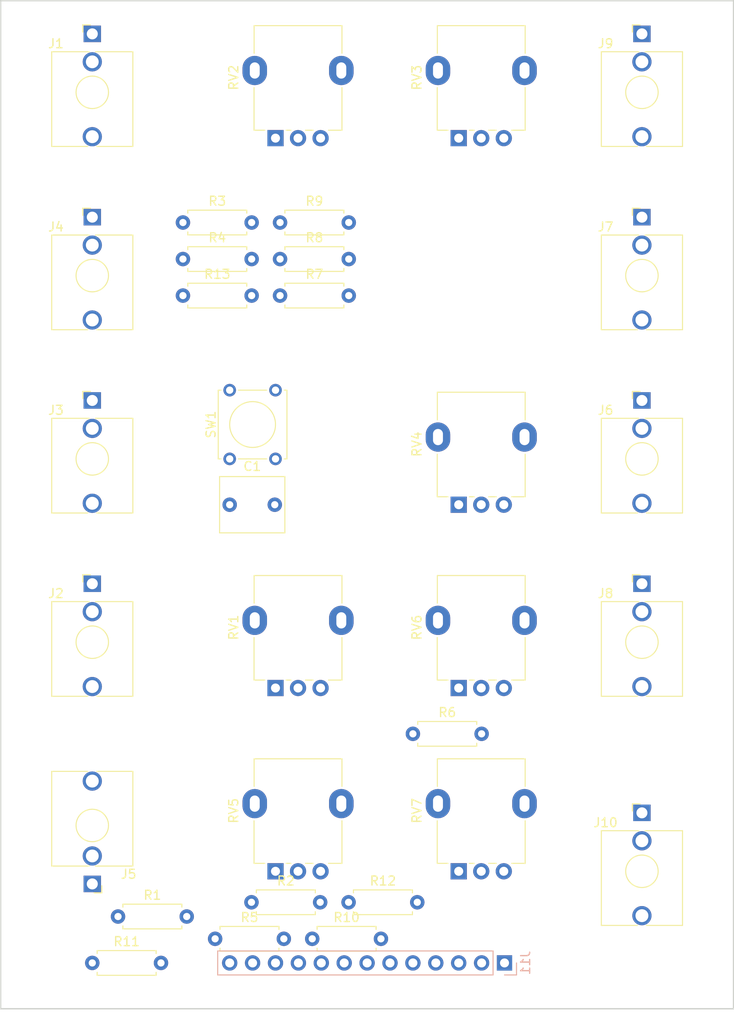
<source format=kicad_pcb>
(kicad_pcb (version 20171130) (host pcbnew 5.1.4-e60b266~84~ubuntu19.04.1)

  (general
    (thickness 1.6)
    (drawings 4)
    (tracks 0)
    (zones 0)
    (modules 33)
    (nets 40)
  )

  (page A4)
  (layers
    (0 F.Cu signal)
    (31 B.Cu signal)
    (32 B.Adhes user)
    (33 F.Adhes user)
    (34 B.Paste user)
    (35 F.Paste user)
    (36 B.SilkS user)
    (37 F.SilkS user)
    (38 B.Mask user)
    (39 F.Mask user)
    (40 Dwgs.User user)
    (41 Cmts.User user)
    (42 Eco1.User user)
    (43 Eco2.User user)
    (44 Edge.Cuts user)
    (45 Margin user)
    (46 B.CrtYd user)
    (47 F.CrtYd user)
    (48 B.Fab user)
    (49 F.Fab user)
  )

  (setup
    (last_trace_width 0.25)
    (trace_clearance 0.2)
    (zone_clearance 0.508)
    (zone_45_only no)
    (trace_min 0.2)
    (via_size 0.8)
    (via_drill 0.4)
    (via_min_size 0.4)
    (via_min_drill 0.3)
    (uvia_size 0.3)
    (uvia_drill 0.1)
    (uvias_allowed no)
    (uvia_min_size 0.2)
    (uvia_min_drill 0.1)
    (edge_width 0.15)
    (segment_width 0.2)
    (pcb_text_width 0.3)
    (pcb_text_size 1.5 1.5)
    (mod_edge_width 0.15)
    (mod_text_size 1 1)
    (mod_text_width 0.15)
    (pad_size 1.524 1.524)
    (pad_drill 0.762)
    (pad_to_mask_clearance 0.051)
    (solder_mask_min_width 0.25)
    (aux_axis_origin 0 0)
    (visible_elements FFFFFF7F)
    (pcbplotparams
      (layerselection 0x010fc_ffffffff)
      (usegerberextensions false)
      (usegerberattributes false)
      (usegerberadvancedattributes false)
      (creategerberjobfile false)
      (excludeedgelayer true)
      (linewidth 0.100000)
      (plotframeref false)
      (viasonmask false)
      (mode 1)
      (useauxorigin false)
      (hpglpennumber 1)
      (hpglpenspeed 20)
      (hpglpendiameter 15.000000)
      (psnegative false)
      (psa4output false)
      (plotreference true)
      (plotvalue true)
      (plotinvisibletext false)
      (padsonsilk false)
      (subtractmaskfromsilk false)
      (outputformat 1)
      (mirror false)
      (drillshape 1)
      (scaleselection 1)
      (outputdirectory ""))
  )

  (net 0 "")
  (net 1 "Net-(C1-Pad2)")
  (net 2 "Net-(C1-Pad1)")
  (net 3 "Net-(J1-PadT)")
  (net 4 GND)
  (net 5 "Net-(J1-PadTN)")
  (net 6 "Net-(J2-PadT)")
  (net 7 "Net-(J2-PadTN)")
  (net 8 "Net-(J3-PadTN)")
  (net 9 /HARD_SYNC)
  (net 10 "Net-(J4-PadTN)")
  (net 11 "Net-(J5-PadT)")
  (net 12 "Net-(J5-PadTN)")
  (net 13 "Net-(J6-PadT)")
  (net 14 "Net-(J6-PadTN)")
  (net 15 "Net-(J7-PadT)")
  (net 16 "Net-(J7-PadTN)")
  (net 17 "Net-(J8-PadT)")
  (net 18 "Net-(J8-PadTN)")
  (net 19 "Net-(J9-PadT)")
  (net 20 "Net-(J9-PadTN)")
  (net 21 "Net-(J10-PadT)")
  (net 22 "Net-(J10-PadTN)")
  (net 23 -15V)
  (net 24 +15V)
  (net 25 /PULSE)
  (net 26 /SAW)
  (net 27 /RAMPOID)
  (net 28 /TRIANGLE)
  (net 29 /SINE)
  (net 30 /PWM)
  (net 31 /SKEW)
  (net 32 /LIN_FM)
  (net 33 /EXP_FM)
  (net 34 "Net-(R2-Pad2)")
  (net 35 "Net-(R3-Pad2)")
  (net 36 "Net-(R4-Pad2)")
  (net 37 "Net-(R5-Pad2)")
  (net 38 "Net-(R6-Pad2)")
  (net 39 "Net-(R7-Pad2)")

  (net_class Default "This is the default net class."
    (clearance 0.2)
    (trace_width 0.25)
    (via_dia 0.8)
    (via_drill 0.4)
    (uvia_dia 0.3)
    (uvia_drill 0.1)
    (add_net +15V)
    (add_net -15V)
    (add_net /EXP_FM)
    (add_net /HARD_SYNC)
    (add_net /LIN_FM)
    (add_net /PULSE)
    (add_net /PWM)
    (add_net /RAMPOID)
    (add_net /SAW)
    (add_net /SINE)
    (add_net /SKEW)
    (add_net /TRIANGLE)
    (add_net GND)
    (add_net "Net-(C1-Pad1)")
    (add_net "Net-(C1-Pad2)")
    (add_net "Net-(J1-PadT)")
    (add_net "Net-(J1-PadTN)")
    (add_net "Net-(J10-PadT)")
    (add_net "Net-(J10-PadTN)")
    (add_net "Net-(J2-PadT)")
    (add_net "Net-(J2-PadTN)")
    (add_net "Net-(J3-PadTN)")
    (add_net "Net-(J4-PadTN)")
    (add_net "Net-(J5-PadT)")
    (add_net "Net-(J5-PadTN)")
    (add_net "Net-(J6-PadT)")
    (add_net "Net-(J6-PadTN)")
    (add_net "Net-(J7-PadT)")
    (add_net "Net-(J7-PadTN)")
    (add_net "Net-(J8-PadT)")
    (add_net "Net-(J8-PadTN)")
    (add_net "Net-(J9-PadT)")
    (add_net "Net-(J9-PadTN)")
    (add_net "Net-(R2-Pad2)")
    (add_net "Net-(R3-Pad2)")
    (add_net "Net-(R4-Pad2)")
    (add_net "Net-(R5-Pad2)")
    (add_net "Net-(R6-Pad2)")
    (add_net "Net-(R7-Pad2)")
  )

  (module Button_Switch_THT:SW_Tactile_Straight_KSL0Axx1LFTR (layer F.Cu) (tedit 5A02FE31) (tstamp 5D502B5B)
    (at 66.04 91.44 90)
    (descr "SW PUSH SMALL http://www.ckswitches.com/media/1457/ksa_ksl.pdf")
    (tags "SW PUSH SMALL Tactile C&K")
    (path /5D5451F1)
    (fp_text reference SW1 (at 3.81 -2.08 90) (layer F.SilkS)
      (effects (font (size 1 1) (thickness 0.15)))
    )
    (fp_text value SW_SPST (at 3.81 7.28 90) (layer F.Fab)
      (effects (font (size 1 1) (thickness 0.15)))
    )
    (fp_circle (center 3.81 2.54) (end 3.81 0) (layer F.SilkS) (width 0.12))
    (fp_line (start 0 6.05) (end 0 6.35) (layer F.SilkS) (width 0.12))
    (fp_line (start 7.62 6.05) (end 7.62 6.35) (layer F.SilkS) (width 0.12))
    (fp_line (start 8.57 6.49) (end -0.95 6.49) (layer F.CrtYd) (width 0.05))
    (fp_line (start 8.57 6.49) (end 8.57 -1.41) (layer F.CrtYd) (width 0.05))
    (fp_line (start -0.95 -1.41) (end -0.95 6.49) (layer F.CrtYd) (width 0.05))
    (fp_line (start -0.95 -1.41) (end 8.57 -1.41) (layer F.CrtYd) (width 0.05))
    (fp_line (start 0 0.97) (end 0 4.11) (layer F.SilkS) (width 0.12))
    (fp_line (start 7.62 0.97) (end 7.62 4.11) (layer F.SilkS) (width 0.12))
    (fp_line (start 0 -1.27) (end 0 -0.97) (layer F.SilkS) (width 0.12))
    (fp_line (start 7.62 6.35) (end 0 6.35) (layer F.SilkS) (width 0.12))
    (fp_line (start 7.62 -1.27) (end 7.62 -0.97) (layer F.SilkS) (width 0.12))
    (fp_line (start 0 -1.27) (end 7.62 -1.27) (layer F.SilkS) (width 0.12))
    (fp_text user %R (at 3.81 2.54 90) (layer F.Fab)
      (effects (font (size 1 1) (thickness 0.15)))
    )
    (fp_line (start 0.11 6.24) (end 0.11 -1.16) (layer F.Fab) (width 0.1))
    (fp_line (start 0.11 -1.16) (end 7.51 -1.16) (layer F.Fab) (width 0.1))
    (fp_line (start 7.51 -1.16) (end 7.51 6.24) (layer F.Fab) (width 0.1))
    (fp_line (start 7.51 6.24) (end 0.11 6.24) (layer F.Fab) (width 0.1))
    (pad 2 thru_hole circle (at 0 5.08 90) (size 1.397 1.397) (drill 0.8128) (layers *.Cu *.Mask)
      (net 1 "Net-(C1-Pad2)"))
    (pad 1 thru_hole circle (at 0 0 90) (size 1.397 1.397) (drill 0.8128) (layers *.Cu *.Mask)
      (net 2 "Net-(C1-Pad1)"))
    (pad 2 thru_hole circle (at 7.62 5.08 90) (size 1.397 1.397) (drill 0.8128) (layers *.Cu *.Mask)
      (net 1 "Net-(C1-Pad2)"))
    (pad 1 thru_hole circle (at 7.62 0 90) (size 1.397 1.397) (drill 0.8128) (layers *.Cu *.Mask)
      (net 2 "Net-(C1-Pad1)"))
    (model ${KISYS3DMOD}/Button_Switch_THT.3dshapes/SW_Tactile_Straight_KSL0Axx1LFTR.wrl
      (at (xyz 0 0 0))
      (scale (xyz 1 1 1))
      (rotate (xyz 0 0 0))
    )
  )

  (module Potentiometer_THT:Potentiometer_Alpha_RD901F-40-00D_Single_Vertical (layer F.Cu) (tedit 5C6C6C14) (tstamp 5D502B41)
    (at 91.44 137.16 90)
    (descr "Potentiometer, vertical, 9mm, single, http://www.taiwanalpha.com.tw/downloads?target=products&id=113")
    (tags "potentiometer vertical 9mm single")
    (path /5D58B3F5)
    (fp_text reference RV7 (at 6.71 -4.64 270) (layer F.SilkS)
      (effects (font (size 1 1) (thickness 0.15)))
    )
    (fp_text value 500k (at 0 9.86 270) (layer F.Fab)
      (effects (font (size 1 1) (thickness 0.15)))
    )
    (fp_line (start 0.88 4.16) (end 0.88 3.33) (layer F.SilkS) (width 0.12))
    (fp_line (start 0.88 1.71) (end 0.88 1.18) (layer F.SilkS) (width 0.12))
    (fp_line (start 0.88 -1.19) (end 0.88 -2.37) (layer F.SilkS) (width 0.12))
    (fp_line (start 0.88 7.37) (end 5.6 7.37) (layer F.SilkS) (width 0.12))
    (fp_line (start 9.41 -2.37) (end 12.47 -2.37) (layer F.SilkS) (width 0.12))
    (fp_line (start 1 7.25) (end 12.35 7.25) (layer F.Fab) (width 0.1))
    (fp_line (start 1 -2.25) (end 12.35 -2.25) (layer F.Fab) (width 0.1))
    (fp_line (start 12.35 7.25) (end 12.35 -2.25) (layer F.Fab) (width 0.1))
    (fp_line (start 1 7.25) (end 1 -2.25) (layer F.Fab) (width 0.1))
    (fp_circle (center 7.5 2.5) (end 7.5 -1) (layer F.Fab) (width 0.1))
    (fp_line (start 0.88 -2.38) (end 5.6 -2.38) (layer F.SilkS) (width 0.12))
    (fp_line (start 9.41 7.37) (end 12.47 7.37) (layer F.SilkS) (width 0.12))
    (fp_line (start 0.88 7.37) (end 0.88 5.88) (layer F.SilkS) (width 0.12))
    (fp_line (start 12.47 7.37) (end 12.47 -2.37) (layer F.SilkS) (width 0.12))
    (fp_line (start 12.6 8.91) (end 12.6 -3.91) (layer F.CrtYd) (width 0.05))
    (fp_line (start 12.6 -3.91) (end -1.15 -3.91) (layer F.CrtYd) (width 0.05))
    (fp_line (start -1.15 -3.91) (end -1.15 8.91) (layer F.CrtYd) (width 0.05))
    (fp_line (start -1.15 8.91) (end 12.6 8.91) (layer F.CrtYd) (width 0.05))
    (fp_text user %R (at 7.62 2.54 90) (layer F.Fab)
      (effects (font (size 1 1) (thickness 0.15)))
    )
    (pad "" thru_hole oval (at 7.5 -2.3 180) (size 2.72 3.24) (drill oval 1.1 1.8) (layers *.Cu *.Mask))
    (pad "" thru_hole oval (at 7.5 7.3 180) (size 2.72 3.24) (drill oval 1.1 1.8) (layers *.Cu *.Mask))
    (pad 3 thru_hole circle (at 0 5 180) (size 1.8 1.8) (drill 1) (layers *.Cu *.Mask)
      (net 23 -15V))
    (pad 2 thru_hole circle (at 0 2.5 180) (size 1.8 1.8) (drill 1) (layers *.Cu *.Mask)
      (net 39 "Net-(R7-Pad2)"))
    (pad 1 thru_hole rect (at 0 0 180) (size 1.8 1.8) (drill 1) (layers *.Cu *.Mask)
      (net 24 +15V))
    (model ${KISYS3DMOD}/Potentiometer_THT.3dshapes/Potentiometer_Alpha_RD901F-40-00D_Single_Vertical.wrl
      (at (xyz 0 0 0))
      (scale (xyz 1 1 1))
      (rotate (xyz 0 0 0))
    )
  )

  (module Potentiometer_THT:Potentiometer_Alpha_RD901F-40-00D_Single_Vertical (layer F.Cu) (tedit 5C6C6C14) (tstamp 5D502B25)
    (at 91.44 116.84 90)
    (descr "Potentiometer, vertical, 9mm, single, http://www.taiwanalpha.com.tw/downloads?target=products&id=113")
    (tags "potentiometer vertical 9mm single")
    (path /5D4C780D)
    (fp_text reference RV6 (at 6.71 -4.64 270) (layer F.SilkS)
      (effects (font (size 1 1) (thickness 0.15)))
    )
    (fp_text value 500k (at 0 9.86 270) (layer F.Fab)
      (effects (font (size 1 1) (thickness 0.15)))
    )
    (fp_line (start 0.88 4.16) (end 0.88 3.33) (layer F.SilkS) (width 0.12))
    (fp_line (start 0.88 1.71) (end 0.88 1.18) (layer F.SilkS) (width 0.12))
    (fp_line (start 0.88 -1.19) (end 0.88 -2.37) (layer F.SilkS) (width 0.12))
    (fp_line (start 0.88 7.37) (end 5.6 7.37) (layer F.SilkS) (width 0.12))
    (fp_line (start 9.41 -2.37) (end 12.47 -2.37) (layer F.SilkS) (width 0.12))
    (fp_line (start 1 7.25) (end 12.35 7.25) (layer F.Fab) (width 0.1))
    (fp_line (start 1 -2.25) (end 12.35 -2.25) (layer F.Fab) (width 0.1))
    (fp_line (start 12.35 7.25) (end 12.35 -2.25) (layer F.Fab) (width 0.1))
    (fp_line (start 1 7.25) (end 1 -2.25) (layer F.Fab) (width 0.1))
    (fp_circle (center 7.5 2.5) (end 7.5 -1) (layer F.Fab) (width 0.1))
    (fp_line (start 0.88 -2.38) (end 5.6 -2.38) (layer F.SilkS) (width 0.12))
    (fp_line (start 9.41 7.37) (end 12.47 7.37) (layer F.SilkS) (width 0.12))
    (fp_line (start 0.88 7.37) (end 0.88 5.88) (layer F.SilkS) (width 0.12))
    (fp_line (start 12.47 7.37) (end 12.47 -2.37) (layer F.SilkS) (width 0.12))
    (fp_line (start 12.6 8.91) (end 12.6 -3.91) (layer F.CrtYd) (width 0.05))
    (fp_line (start 12.6 -3.91) (end -1.15 -3.91) (layer F.CrtYd) (width 0.05))
    (fp_line (start -1.15 -3.91) (end -1.15 8.91) (layer F.CrtYd) (width 0.05))
    (fp_line (start -1.15 8.91) (end 12.6 8.91) (layer F.CrtYd) (width 0.05))
    (fp_text user %R (at 7.62 2.54 90) (layer F.Fab)
      (effects (font (size 1 1) (thickness 0.15)))
    )
    (pad "" thru_hole oval (at 7.5 -2.3 180) (size 2.72 3.24) (drill oval 1.1 1.8) (layers *.Cu *.Mask))
    (pad "" thru_hole oval (at 7.5 7.3 180) (size 2.72 3.24) (drill oval 1.1 1.8) (layers *.Cu *.Mask))
    (pad 3 thru_hole circle (at 0 5 180) (size 1.8 1.8) (drill 1) (layers *.Cu *.Mask)
      (net 26 /SAW))
    (pad 2 thru_hole circle (at 0 2.5 180) (size 1.8 1.8) (drill 1) (layers *.Cu *.Mask)
      (net 31 /SKEW))
    (pad 1 thru_hole rect (at 0 0 180) (size 1.8 1.8) (drill 1) (layers *.Cu *.Mask)
      (net 28 /TRIANGLE))
    (model ${KISYS3DMOD}/Potentiometer_THT.3dshapes/Potentiometer_Alpha_RD901F-40-00D_Single_Vertical.wrl
      (at (xyz 0 0 0))
      (scale (xyz 1 1 1))
      (rotate (xyz 0 0 0))
    )
  )

  (module Potentiometer_THT:Potentiometer_Alpha_RD901F-40-00D_Single_Vertical (layer F.Cu) (tedit 5C6C6C14) (tstamp 5D502B09)
    (at 71.12 137.16 90)
    (descr "Potentiometer, vertical, 9mm, single, http://www.taiwanalpha.com.tw/downloads?target=products&id=113")
    (tags "potentiometer vertical 9mm single")
    (path /5D4C78EF)
    (fp_text reference RV5 (at 6.71 -4.64 270) (layer F.SilkS)
      (effects (font (size 1 1) (thickness 0.15)))
    )
    (fp_text value 100k (at 0 9.86 270) (layer F.Fab)
      (effects (font (size 1 1) (thickness 0.15)))
    )
    (fp_line (start 0.88 4.16) (end 0.88 3.33) (layer F.SilkS) (width 0.12))
    (fp_line (start 0.88 1.71) (end 0.88 1.18) (layer F.SilkS) (width 0.12))
    (fp_line (start 0.88 -1.19) (end 0.88 -2.37) (layer F.SilkS) (width 0.12))
    (fp_line (start 0.88 7.37) (end 5.6 7.37) (layer F.SilkS) (width 0.12))
    (fp_line (start 9.41 -2.37) (end 12.47 -2.37) (layer F.SilkS) (width 0.12))
    (fp_line (start 1 7.25) (end 12.35 7.25) (layer F.Fab) (width 0.1))
    (fp_line (start 1 -2.25) (end 12.35 -2.25) (layer F.Fab) (width 0.1))
    (fp_line (start 12.35 7.25) (end 12.35 -2.25) (layer F.Fab) (width 0.1))
    (fp_line (start 1 7.25) (end 1 -2.25) (layer F.Fab) (width 0.1))
    (fp_circle (center 7.5 2.5) (end 7.5 -1) (layer F.Fab) (width 0.1))
    (fp_line (start 0.88 -2.38) (end 5.6 -2.38) (layer F.SilkS) (width 0.12))
    (fp_line (start 9.41 7.37) (end 12.47 7.37) (layer F.SilkS) (width 0.12))
    (fp_line (start 0.88 7.37) (end 0.88 5.88) (layer F.SilkS) (width 0.12))
    (fp_line (start 12.47 7.37) (end 12.47 -2.37) (layer F.SilkS) (width 0.12))
    (fp_line (start 12.6 8.91) (end 12.6 -3.91) (layer F.CrtYd) (width 0.05))
    (fp_line (start 12.6 -3.91) (end -1.15 -3.91) (layer F.CrtYd) (width 0.05))
    (fp_line (start -1.15 -3.91) (end -1.15 8.91) (layer F.CrtYd) (width 0.05))
    (fp_line (start -1.15 8.91) (end 12.6 8.91) (layer F.CrtYd) (width 0.05))
    (fp_text user %R (at 7.62 2.54 90) (layer F.Fab)
      (effects (font (size 1 1) (thickness 0.15)))
    )
    (pad "" thru_hole oval (at 7.5 -2.3 180) (size 2.72 3.24) (drill oval 1.1 1.8) (layers *.Cu *.Mask))
    (pad "" thru_hole oval (at 7.5 7.3 180) (size 2.72 3.24) (drill oval 1.1 1.8) (layers *.Cu *.Mask))
    (pad 3 thru_hole circle (at 0 5 180) (size 1.8 1.8) (drill 1) (layers *.Cu *.Mask)
      (net 4 GND))
    (pad 2 thru_hole circle (at 0 2.5 180) (size 1.8 1.8) (drill 1) (layers *.Cu *.Mask)
      (net 38 "Net-(R6-Pad2)"))
    (pad 1 thru_hole rect (at 0 0 180) (size 1.8 1.8) (drill 1) (layers *.Cu *.Mask)
      (net 11 "Net-(J5-PadT)"))
    (model ${KISYS3DMOD}/Potentiometer_THT.3dshapes/Potentiometer_Alpha_RD901F-40-00D_Single_Vertical.wrl
      (at (xyz 0 0 0))
      (scale (xyz 1 1 1))
      (rotate (xyz 0 0 0))
    )
  )

  (module Potentiometer_THT:Potentiometer_Alpha_RD901F-40-00D_Single_Vertical (layer F.Cu) (tedit 5C6C6C14) (tstamp 5D502AED)
    (at 91.44 96.52 90)
    (descr "Potentiometer, vertical, 9mm, single, http://www.taiwanalpha.com.tw/downloads?target=products&id=113")
    (tags "potentiometer vertical 9mm single")
    (path /5D4C7851)
    (fp_text reference RV4 (at 6.71 -4.64 270) (layer F.SilkS)
      (effects (font (size 1 1) (thickness 0.15)))
    )
    (fp_text value 100k (at 0 9.86 270) (layer F.Fab)
      (effects (font (size 1 1) (thickness 0.15)))
    )
    (fp_line (start 0.88 4.16) (end 0.88 3.33) (layer F.SilkS) (width 0.12))
    (fp_line (start 0.88 1.71) (end 0.88 1.18) (layer F.SilkS) (width 0.12))
    (fp_line (start 0.88 -1.19) (end 0.88 -2.37) (layer F.SilkS) (width 0.12))
    (fp_line (start 0.88 7.37) (end 5.6 7.37) (layer F.SilkS) (width 0.12))
    (fp_line (start 9.41 -2.37) (end 12.47 -2.37) (layer F.SilkS) (width 0.12))
    (fp_line (start 1 7.25) (end 12.35 7.25) (layer F.Fab) (width 0.1))
    (fp_line (start 1 -2.25) (end 12.35 -2.25) (layer F.Fab) (width 0.1))
    (fp_line (start 12.35 7.25) (end 12.35 -2.25) (layer F.Fab) (width 0.1))
    (fp_line (start 1 7.25) (end 1 -2.25) (layer F.Fab) (width 0.1))
    (fp_circle (center 7.5 2.5) (end 7.5 -1) (layer F.Fab) (width 0.1))
    (fp_line (start 0.88 -2.38) (end 5.6 -2.38) (layer F.SilkS) (width 0.12))
    (fp_line (start 9.41 7.37) (end 12.47 7.37) (layer F.SilkS) (width 0.12))
    (fp_line (start 0.88 7.37) (end 0.88 5.88) (layer F.SilkS) (width 0.12))
    (fp_line (start 12.47 7.37) (end 12.47 -2.37) (layer F.SilkS) (width 0.12))
    (fp_line (start 12.6 8.91) (end 12.6 -3.91) (layer F.CrtYd) (width 0.05))
    (fp_line (start 12.6 -3.91) (end -1.15 -3.91) (layer F.CrtYd) (width 0.05))
    (fp_line (start -1.15 -3.91) (end -1.15 8.91) (layer F.CrtYd) (width 0.05))
    (fp_line (start -1.15 8.91) (end 12.6 8.91) (layer F.CrtYd) (width 0.05))
    (fp_text user %R (at 7.62 2.54 90) (layer F.Fab)
      (effects (font (size 1 1) (thickness 0.15)))
    )
    (pad "" thru_hole oval (at 7.5 -2.3 180) (size 2.72 3.24) (drill oval 1.1 1.8) (layers *.Cu *.Mask))
    (pad "" thru_hole oval (at 7.5 7.3 180) (size 2.72 3.24) (drill oval 1.1 1.8) (layers *.Cu *.Mask))
    (pad 3 thru_hole circle (at 0 5 180) (size 1.8 1.8) (drill 1) (layers *.Cu *.Mask)
      (net 4 GND))
    (pad 2 thru_hole circle (at 0 2.5 180) (size 1.8 1.8) (drill 1) (layers *.Cu *.Mask)
      (net 37 "Net-(R5-Pad2)"))
    (pad 1 thru_hole rect (at 0 0 180) (size 1.8 1.8) (drill 1) (layers *.Cu *.Mask)
      (net 1 "Net-(C1-Pad2)"))
    (model ${KISYS3DMOD}/Potentiometer_THT.3dshapes/Potentiometer_Alpha_RD901F-40-00D_Single_Vertical.wrl
      (at (xyz 0 0 0))
      (scale (xyz 1 1 1))
      (rotate (xyz 0 0 0))
    )
  )

  (module Potentiometer_THT:Potentiometer_Alpha_RD901F-40-00D_Single_Vertical (layer F.Cu) (tedit 5C6C6C14) (tstamp 5D502AD1)
    (at 91.44 55.88 90)
    (descr "Potentiometer, vertical, 9mm, single, http://www.taiwanalpha.com.tw/downloads?target=products&id=113")
    (tags "potentiometer vertical 9mm single")
    (path /5D4C7957)
    (fp_text reference RV3 (at 6.71 -4.64 270) (layer F.SilkS)
      (effects (font (size 1 1) (thickness 0.15)))
    )
    (fp_text value 100k (at 0 9.86 270) (layer F.Fab)
      (effects (font (size 1 1) (thickness 0.15)))
    )
    (fp_line (start 0.88 4.16) (end 0.88 3.33) (layer F.SilkS) (width 0.12))
    (fp_line (start 0.88 1.71) (end 0.88 1.18) (layer F.SilkS) (width 0.12))
    (fp_line (start 0.88 -1.19) (end 0.88 -2.37) (layer F.SilkS) (width 0.12))
    (fp_line (start 0.88 7.37) (end 5.6 7.37) (layer F.SilkS) (width 0.12))
    (fp_line (start 9.41 -2.37) (end 12.47 -2.37) (layer F.SilkS) (width 0.12))
    (fp_line (start 1 7.25) (end 12.35 7.25) (layer F.Fab) (width 0.1))
    (fp_line (start 1 -2.25) (end 12.35 -2.25) (layer F.Fab) (width 0.1))
    (fp_line (start 12.35 7.25) (end 12.35 -2.25) (layer F.Fab) (width 0.1))
    (fp_line (start 1 7.25) (end 1 -2.25) (layer F.Fab) (width 0.1))
    (fp_circle (center 7.5 2.5) (end 7.5 -1) (layer F.Fab) (width 0.1))
    (fp_line (start 0.88 -2.38) (end 5.6 -2.38) (layer F.SilkS) (width 0.12))
    (fp_line (start 9.41 7.37) (end 12.47 7.37) (layer F.SilkS) (width 0.12))
    (fp_line (start 0.88 7.37) (end 0.88 5.88) (layer F.SilkS) (width 0.12))
    (fp_line (start 12.47 7.37) (end 12.47 -2.37) (layer F.SilkS) (width 0.12))
    (fp_line (start 12.6 8.91) (end 12.6 -3.91) (layer F.CrtYd) (width 0.05))
    (fp_line (start 12.6 -3.91) (end -1.15 -3.91) (layer F.CrtYd) (width 0.05))
    (fp_line (start -1.15 -3.91) (end -1.15 8.91) (layer F.CrtYd) (width 0.05))
    (fp_line (start -1.15 8.91) (end 12.6 8.91) (layer F.CrtYd) (width 0.05))
    (fp_text user %R (at 7.62 2.54 90) (layer F.Fab)
      (effects (font (size 1 1) (thickness 0.15)))
    )
    (pad "" thru_hole oval (at 7.5 -2.3 180) (size 2.72 3.24) (drill oval 1.1 1.8) (layers *.Cu *.Mask))
    (pad "" thru_hole oval (at 7.5 7.3 180) (size 2.72 3.24) (drill oval 1.1 1.8) (layers *.Cu *.Mask))
    (pad 3 thru_hole circle (at 0 5 180) (size 1.8 1.8) (drill 1) (layers *.Cu *.Mask)
      (net 23 -15V))
    (pad 2 thru_hole circle (at 0 2.5 180) (size 1.8 1.8) (drill 1) (layers *.Cu *.Mask)
      (net 36 "Net-(R4-Pad2)"))
    (pad 1 thru_hole rect (at 0 0 180) (size 1.8 1.8) (drill 1) (layers *.Cu *.Mask)
      (net 24 +15V))
    (model ${KISYS3DMOD}/Potentiometer_THT.3dshapes/Potentiometer_Alpha_RD901F-40-00D_Single_Vertical.wrl
      (at (xyz 0 0 0))
      (scale (xyz 1 1 1))
      (rotate (xyz 0 0 0))
    )
  )

  (module Potentiometer_THT:Potentiometer_Alpha_RD901F-40-00D_Single_Vertical (layer F.Cu) (tedit 5C6C6C14) (tstamp 5D502AB5)
    (at 71.12 55.88 90)
    (descr "Potentiometer, vertical, 9mm, single, http://www.taiwanalpha.com.tw/downloads?target=products&id=113")
    (tags "potentiometer vertical 9mm single")
    (path /5D4C79A5)
    (fp_text reference RV2 (at 6.71 -4.64 270) (layer F.SilkS)
      (effects (font (size 1 1) (thickness 0.15)))
    )
    (fp_text value 100k (at 0 9.86 270) (layer F.Fab)
      (effects (font (size 1 1) (thickness 0.15)))
    )
    (fp_line (start 0.88 4.16) (end 0.88 3.33) (layer F.SilkS) (width 0.12))
    (fp_line (start 0.88 1.71) (end 0.88 1.18) (layer F.SilkS) (width 0.12))
    (fp_line (start 0.88 -1.19) (end 0.88 -2.37) (layer F.SilkS) (width 0.12))
    (fp_line (start 0.88 7.37) (end 5.6 7.37) (layer F.SilkS) (width 0.12))
    (fp_line (start 9.41 -2.37) (end 12.47 -2.37) (layer F.SilkS) (width 0.12))
    (fp_line (start 1 7.25) (end 12.35 7.25) (layer F.Fab) (width 0.1))
    (fp_line (start 1 -2.25) (end 12.35 -2.25) (layer F.Fab) (width 0.1))
    (fp_line (start 12.35 7.25) (end 12.35 -2.25) (layer F.Fab) (width 0.1))
    (fp_line (start 1 7.25) (end 1 -2.25) (layer F.Fab) (width 0.1))
    (fp_circle (center 7.5 2.5) (end 7.5 -1) (layer F.Fab) (width 0.1))
    (fp_line (start 0.88 -2.38) (end 5.6 -2.38) (layer F.SilkS) (width 0.12))
    (fp_line (start 9.41 7.37) (end 12.47 7.37) (layer F.SilkS) (width 0.12))
    (fp_line (start 0.88 7.37) (end 0.88 5.88) (layer F.SilkS) (width 0.12))
    (fp_line (start 12.47 7.37) (end 12.47 -2.37) (layer F.SilkS) (width 0.12))
    (fp_line (start 12.6 8.91) (end 12.6 -3.91) (layer F.CrtYd) (width 0.05))
    (fp_line (start 12.6 -3.91) (end -1.15 -3.91) (layer F.CrtYd) (width 0.05))
    (fp_line (start -1.15 -3.91) (end -1.15 8.91) (layer F.CrtYd) (width 0.05))
    (fp_line (start -1.15 8.91) (end 12.6 8.91) (layer F.CrtYd) (width 0.05))
    (fp_text user %R (at 7.62 2.54 90) (layer F.Fab)
      (effects (font (size 1 1) (thickness 0.15)))
    )
    (pad "" thru_hole oval (at 7.5 -2.3 180) (size 2.72 3.24) (drill oval 1.1 1.8) (layers *.Cu *.Mask))
    (pad "" thru_hole oval (at 7.5 7.3 180) (size 2.72 3.24) (drill oval 1.1 1.8) (layers *.Cu *.Mask))
    (pad 3 thru_hole circle (at 0 5 180) (size 1.8 1.8) (drill 1) (layers *.Cu *.Mask)
      (net 23 -15V))
    (pad 2 thru_hole circle (at 0 2.5 180) (size 1.8 1.8) (drill 1) (layers *.Cu *.Mask)
      (net 35 "Net-(R3-Pad2)"))
    (pad 1 thru_hole rect (at 0 0 180) (size 1.8 1.8) (drill 1) (layers *.Cu *.Mask)
      (net 24 +15V))
    (model ${KISYS3DMOD}/Potentiometer_THT.3dshapes/Potentiometer_Alpha_RD901F-40-00D_Single_Vertical.wrl
      (at (xyz 0 0 0))
      (scale (xyz 1 1 1))
      (rotate (xyz 0 0 0))
    )
  )

  (module Potentiometer_THT:Potentiometer_Alpha_RD901F-40-00D_Single_Vertical (layer F.Cu) (tedit 5C6C6C14) (tstamp 5D502A99)
    (at 71.12 116.84 90)
    (descr "Potentiometer, vertical, 9mm, single, http://www.taiwanalpha.com.tw/downloads?target=products&id=113")
    (tags "potentiometer vertical 9mm single")
    (path /5D4AFB8C)
    (fp_text reference RV1 (at 6.71 -4.64 270) (layer F.SilkS)
      (effects (font (size 1 1) (thickness 0.15)))
    )
    (fp_text value 100k (at 0 9.86 270) (layer F.Fab)
      (effects (font (size 1 1) (thickness 0.15)))
    )
    (fp_line (start 0.88 4.16) (end 0.88 3.33) (layer F.SilkS) (width 0.12))
    (fp_line (start 0.88 1.71) (end 0.88 1.18) (layer F.SilkS) (width 0.12))
    (fp_line (start 0.88 -1.19) (end 0.88 -2.37) (layer F.SilkS) (width 0.12))
    (fp_line (start 0.88 7.37) (end 5.6 7.37) (layer F.SilkS) (width 0.12))
    (fp_line (start 9.41 -2.37) (end 12.47 -2.37) (layer F.SilkS) (width 0.12))
    (fp_line (start 1 7.25) (end 12.35 7.25) (layer F.Fab) (width 0.1))
    (fp_line (start 1 -2.25) (end 12.35 -2.25) (layer F.Fab) (width 0.1))
    (fp_line (start 12.35 7.25) (end 12.35 -2.25) (layer F.Fab) (width 0.1))
    (fp_line (start 1 7.25) (end 1 -2.25) (layer F.Fab) (width 0.1))
    (fp_circle (center 7.5 2.5) (end 7.5 -1) (layer F.Fab) (width 0.1))
    (fp_line (start 0.88 -2.38) (end 5.6 -2.38) (layer F.SilkS) (width 0.12))
    (fp_line (start 9.41 7.37) (end 12.47 7.37) (layer F.SilkS) (width 0.12))
    (fp_line (start 0.88 7.37) (end 0.88 5.88) (layer F.SilkS) (width 0.12))
    (fp_line (start 12.47 7.37) (end 12.47 -2.37) (layer F.SilkS) (width 0.12))
    (fp_line (start 12.6 8.91) (end 12.6 -3.91) (layer F.CrtYd) (width 0.05))
    (fp_line (start 12.6 -3.91) (end -1.15 -3.91) (layer F.CrtYd) (width 0.05))
    (fp_line (start -1.15 -3.91) (end -1.15 8.91) (layer F.CrtYd) (width 0.05))
    (fp_line (start -1.15 8.91) (end 12.6 8.91) (layer F.CrtYd) (width 0.05))
    (fp_text user %R (at 7.62 2.54 90) (layer F.Fab)
      (effects (font (size 1 1) (thickness 0.15)))
    )
    (pad "" thru_hole oval (at 7.5 -2.3 180) (size 2.72 3.24) (drill oval 1.1 1.8) (layers *.Cu *.Mask))
    (pad "" thru_hole oval (at 7.5 7.3 180) (size 2.72 3.24) (drill oval 1.1 1.8) (layers *.Cu *.Mask))
    (pad 3 thru_hole circle (at 0 5 180) (size 1.8 1.8) (drill 1) (layers *.Cu *.Mask)
      (net 4 GND))
    (pad 2 thru_hole circle (at 0 2.5 180) (size 1.8 1.8) (drill 1) (layers *.Cu *.Mask)
      (net 34 "Net-(R2-Pad2)"))
    (pad 1 thru_hole rect (at 0 0 180) (size 1.8 1.8) (drill 1) (layers *.Cu *.Mask)
      (net 6 "Net-(J2-PadT)"))
    (model ${KISYS3DMOD}/Potentiometer_THT.3dshapes/Potentiometer_Alpha_RD901F-40-00D_Single_Vertical.wrl
      (at (xyz 0 0 0))
      (scale (xyz 1 1 1))
      (rotate (xyz 0 0 0))
    )
  )

  (module Resistor_THT:R_Axial_DIN0207_L6.3mm_D2.5mm_P7.62mm_Horizontal (layer F.Cu) (tedit 5AE5139B) (tstamp 5D502A7D)
    (at 60.855001 73.335001)
    (descr "Resistor, Axial_DIN0207 series, Axial, Horizontal, pin pitch=7.62mm, 0.25W = 1/4W, length*diameter=6.3*2.5mm^2, http://cdn-reichelt.de/documents/datenblatt/B400/1_4W%23YAG.pdf")
    (tags "Resistor Axial_DIN0207 series Axial Horizontal pin pitch 7.62mm 0.25W = 1/4W length 6.3mm diameter 2.5mm")
    (path /5D5EF184)
    (fp_text reference R13 (at 3.81 -2.37) (layer F.SilkS)
      (effects (font (size 1 1) (thickness 0.15)))
    )
    (fp_text value 1k (at 3.81 2.37) (layer F.Fab)
      (effects (font (size 1 1) (thickness 0.15)))
    )
    (fp_text user %R (at 3.81 0) (layer F.Fab)
      (effects (font (size 1 1) (thickness 0.15)))
    )
    (fp_line (start 8.67 -1.5) (end -1.05 -1.5) (layer F.CrtYd) (width 0.05))
    (fp_line (start 8.67 1.5) (end 8.67 -1.5) (layer F.CrtYd) (width 0.05))
    (fp_line (start -1.05 1.5) (end 8.67 1.5) (layer F.CrtYd) (width 0.05))
    (fp_line (start -1.05 -1.5) (end -1.05 1.5) (layer F.CrtYd) (width 0.05))
    (fp_line (start 7.08 1.37) (end 7.08 1.04) (layer F.SilkS) (width 0.12))
    (fp_line (start 0.54 1.37) (end 7.08 1.37) (layer F.SilkS) (width 0.12))
    (fp_line (start 0.54 1.04) (end 0.54 1.37) (layer F.SilkS) (width 0.12))
    (fp_line (start 7.08 -1.37) (end 7.08 -1.04) (layer F.SilkS) (width 0.12))
    (fp_line (start 0.54 -1.37) (end 7.08 -1.37) (layer F.SilkS) (width 0.12))
    (fp_line (start 0.54 -1.04) (end 0.54 -1.37) (layer F.SilkS) (width 0.12))
    (fp_line (start 7.62 0) (end 6.96 0) (layer F.Fab) (width 0.1))
    (fp_line (start 0 0) (end 0.66 0) (layer F.Fab) (width 0.1))
    (fp_line (start 6.96 -1.25) (end 0.66 -1.25) (layer F.Fab) (width 0.1))
    (fp_line (start 6.96 1.25) (end 6.96 -1.25) (layer F.Fab) (width 0.1))
    (fp_line (start 0.66 1.25) (end 6.96 1.25) (layer F.Fab) (width 0.1))
    (fp_line (start 0.66 -1.25) (end 0.66 1.25) (layer F.Fab) (width 0.1))
    (pad 2 thru_hole oval (at 7.62 0) (size 1.6 1.6) (drill 0.8) (layers *.Cu *.Mask)
      (net 19 "Net-(J9-PadT)"))
    (pad 1 thru_hole circle (at 0 0) (size 1.6 1.6) (drill 0.8) (layers *.Cu *.Mask)
      (net 26 /SAW))
    (model ${KISYS3DMOD}/Resistor_THT.3dshapes/R_Axial_DIN0207_L6.3mm_D2.5mm_P7.62mm_Horizontal.wrl
      (at (xyz 0 0 0))
      (scale (xyz 1 1 1))
      (rotate (xyz 0 0 0))
    )
  )

  (module Resistor_THT:R_Axial_DIN0207_L6.3mm_D2.5mm_P7.62mm_Horizontal (layer F.Cu) (tedit 5AE5139B) (tstamp 5D502A66)
    (at 79.225001 140.595001)
    (descr "Resistor, Axial_DIN0207 series, Axial, Horizontal, pin pitch=7.62mm, 0.25W = 1/4W, length*diameter=6.3*2.5mm^2, http://cdn-reichelt.de/documents/datenblatt/B400/1_4W%23YAG.pdf")
    (tags "Resistor Axial_DIN0207 series Axial Horizontal pin pitch 7.62mm 0.25W = 1/4W length 6.3mm diameter 2.5mm")
    (path /5D5EA4F4)
    (fp_text reference R12 (at 3.81 -2.37) (layer F.SilkS)
      (effects (font (size 1 1) (thickness 0.15)))
    )
    (fp_text value 1k (at 3.81 2.37) (layer F.Fab)
      (effects (font (size 1 1) (thickness 0.15)))
    )
    (fp_text user %R (at 3.81 0) (layer F.Fab)
      (effects (font (size 1 1) (thickness 0.15)))
    )
    (fp_line (start 8.67 -1.5) (end -1.05 -1.5) (layer F.CrtYd) (width 0.05))
    (fp_line (start 8.67 1.5) (end 8.67 -1.5) (layer F.CrtYd) (width 0.05))
    (fp_line (start -1.05 1.5) (end 8.67 1.5) (layer F.CrtYd) (width 0.05))
    (fp_line (start -1.05 -1.5) (end -1.05 1.5) (layer F.CrtYd) (width 0.05))
    (fp_line (start 7.08 1.37) (end 7.08 1.04) (layer F.SilkS) (width 0.12))
    (fp_line (start 0.54 1.37) (end 7.08 1.37) (layer F.SilkS) (width 0.12))
    (fp_line (start 0.54 1.04) (end 0.54 1.37) (layer F.SilkS) (width 0.12))
    (fp_line (start 7.08 -1.37) (end 7.08 -1.04) (layer F.SilkS) (width 0.12))
    (fp_line (start 0.54 -1.37) (end 7.08 -1.37) (layer F.SilkS) (width 0.12))
    (fp_line (start 0.54 -1.04) (end 0.54 -1.37) (layer F.SilkS) (width 0.12))
    (fp_line (start 7.62 0) (end 6.96 0) (layer F.Fab) (width 0.1))
    (fp_line (start 0 0) (end 0.66 0) (layer F.Fab) (width 0.1))
    (fp_line (start 6.96 -1.25) (end 0.66 -1.25) (layer F.Fab) (width 0.1))
    (fp_line (start 6.96 1.25) (end 6.96 -1.25) (layer F.Fab) (width 0.1))
    (fp_line (start 0.66 1.25) (end 6.96 1.25) (layer F.Fab) (width 0.1))
    (fp_line (start 0.66 -1.25) (end 0.66 1.25) (layer F.Fab) (width 0.1))
    (pad 2 thru_hole oval (at 7.62 0) (size 1.6 1.6) (drill 0.8) (layers *.Cu *.Mask)
      (net 15 "Net-(J7-PadT)"))
    (pad 1 thru_hole circle (at 0 0) (size 1.6 1.6) (drill 0.8) (layers *.Cu *.Mask)
      (net 28 /TRIANGLE))
    (model ${KISYS3DMOD}/Resistor_THT.3dshapes/R_Axial_DIN0207_L6.3mm_D2.5mm_P7.62mm_Horizontal.wrl
      (at (xyz 0 0 0))
      (scale (xyz 1 1 1))
      (rotate (xyz 0 0 0))
    )
  )

  (module Resistor_THT:R_Axial_DIN0207_L6.3mm_D2.5mm_P7.62mm_Horizontal (layer F.Cu) (tedit 5AE5139B) (tstamp 5D502A4F)
    (at 50.8 147.32)
    (descr "Resistor, Axial_DIN0207 series, Axial, Horizontal, pin pitch=7.62mm, 0.25W = 1/4W, length*diameter=6.3*2.5mm^2, http://cdn-reichelt.de/documents/datenblatt/B400/1_4W%23YAG.pdf")
    (tags "Resistor Axial_DIN0207 series Axial Horizontal pin pitch 7.62mm 0.25W = 1/4W length 6.3mm diameter 2.5mm")
    (path /5D5F663D)
    (fp_text reference R11 (at 3.81 -2.37) (layer F.SilkS)
      (effects (font (size 1 1) (thickness 0.15)))
    )
    (fp_text value 1k8 (at 3.81 2.37) (layer F.Fab)
      (effects (font (size 1 1) (thickness 0.15)))
    )
    (fp_text user %R (at 3.81 0) (layer F.Fab)
      (effects (font (size 1 1) (thickness 0.15)))
    )
    (fp_line (start 8.67 -1.5) (end -1.05 -1.5) (layer F.CrtYd) (width 0.05))
    (fp_line (start 8.67 1.5) (end 8.67 -1.5) (layer F.CrtYd) (width 0.05))
    (fp_line (start -1.05 1.5) (end 8.67 1.5) (layer F.CrtYd) (width 0.05))
    (fp_line (start -1.05 -1.5) (end -1.05 1.5) (layer F.CrtYd) (width 0.05))
    (fp_line (start 7.08 1.37) (end 7.08 1.04) (layer F.SilkS) (width 0.12))
    (fp_line (start 0.54 1.37) (end 7.08 1.37) (layer F.SilkS) (width 0.12))
    (fp_line (start 0.54 1.04) (end 0.54 1.37) (layer F.SilkS) (width 0.12))
    (fp_line (start 7.08 -1.37) (end 7.08 -1.04) (layer F.SilkS) (width 0.12))
    (fp_line (start 0.54 -1.37) (end 7.08 -1.37) (layer F.SilkS) (width 0.12))
    (fp_line (start 0.54 -1.04) (end 0.54 -1.37) (layer F.SilkS) (width 0.12))
    (fp_line (start 7.62 0) (end 6.96 0) (layer F.Fab) (width 0.1))
    (fp_line (start 0 0) (end 0.66 0) (layer F.Fab) (width 0.1))
    (fp_line (start 6.96 -1.25) (end 0.66 -1.25) (layer F.Fab) (width 0.1))
    (fp_line (start 6.96 1.25) (end 6.96 -1.25) (layer F.Fab) (width 0.1))
    (fp_line (start 0.66 1.25) (end 6.96 1.25) (layer F.Fab) (width 0.1))
    (fp_line (start 0.66 -1.25) (end 0.66 1.25) (layer F.Fab) (width 0.1))
    (pad 2 thru_hole oval (at 7.62 0) (size 1.6 1.6) (drill 0.8) (layers *.Cu *.Mask)
      (net 25 /PULSE))
    (pad 1 thru_hole circle (at 0 0) (size 1.6 1.6) (drill 0.8) (layers *.Cu *.Mask)
      (net 4 GND))
    (model ${KISYS3DMOD}/Resistor_THT.3dshapes/R_Axial_DIN0207_L6.3mm_D2.5mm_P7.62mm_Horizontal.wrl
      (at (xyz 0 0 0))
      (scale (xyz 1 1 1))
      (rotate (xyz 0 0 0))
    )
  )

  (module Resistor_THT:R_Axial_DIN0207_L6.3mm_D2.5mm_P7.62mm_Horizontal (layer F.Cu) (tedit 5AE5139B) (tstamp 5D502A38)
    (at 75.195001 144.645001)
    (descr "Resistor, Axial_DIN0207 series, Axial, Horizontal, pin pitch=7.62mm, 0.25W = 1/4W, length*diameter=6.3*2.5mm^2, http://cdn-reichelt.de/documents/datenblatt/B400/1_4W%23YAG.pdf")
    (tags "Resistor Axial_DIN0207 series Axial Horizontal pin pitch 7.62mm 0.25W = 1/4W length 6.3mm diameter 2.5mm")
    (path /5D5F6E5F)
    (fp_text reference R10 (at 3.81 -2.37) (layer F.SilkS)
      (effects (font (size 1 1) (thickness 0.15)))
    )
    (fp_text value 3k (at 3.81 2.37) (layer F.Fab)
      (effects (font (size 1 1) (thickness 0.15)))
    )
    (fp_text user %R (at 3.81 0) (layer F.Fab)
      (effects (font (size 1 1) (thickness 0.15)))
    )
    (fp_line (start 8.67 -1.5) (end -1.05 -1.5) (layer F.CrtYd) (width 0.05))
    (fp_line (start 8.67 1.5) (end 8.67 -1.5) (layer F.CrtYd) (width 0.05))
    (fp_line (start -1.05 1.5) (end 8.67 1.5) (layer F.CrtYd) (width 0.05))
    (fp_line (start -1.05 -1.5) (end -1.05 1.5) (layer F.CrtYd) (width 0.05))
    (fp_line (start 7.08 1.37) (end 7.08 1.04) (layer F.SilkS) (width 0.12))
    (fp_line (start 0.54 1.37) (end 7.08 1.37) (layer F.SilkS) (width 0.12))
    (fp_line (start 0.54 1.04) (end 0.54 1.37) (layer F.SilkS) (width 0.12))
    (fp_line (start 7.08 -1.37) (end 7.08 -1.04) (layer F.SilkS) (width 0.12))
    (fp_line (start 0.54 -1.37) (end 7.08 -1.37) (layer F.SilkS) (width 0.12))
    (fp_line (start 0.54 -1.04) (end 0.54 -1.37) (layer F.SilkS) (width 0.12))
    (fp_line (start 7.62 0) (end 6.96 0) (layer F.Fab) (width 0.1))
    (fp_line (start 0 0) (end 0.66 0) (layer F.Fab) (width 0.1))
    (fp_line (start 6.96 -1.25) (end 0.66 -1.25) (layer F.Fab) (width 0.1))
    (fp_line (start 6.96 1.25) (end 6.96 -1.25) (layer F.Fab) (width 0.1))
    (fp_line (start 0.66 1.25) (end 6.96 1.25) (layer F.Fab) (width 0.1))
    (fp_line (start 0.66 -1.25) (end 0.66 1.25) (layer F.Fab) (width 0.1))
    (pad 2 thru_hole oval (at 7.62 0) (size 1.6 1.6) (drill 0.8) (layers *.Cu *.Mask)
      (net 25 /PULSE))
    (pad 1 thru_hole circle (at 0 0) (size 1.6 1.6) (drill 0.8) (layers *.Cu *.Mask)
      (net 21 "Net-(J10-PadT)"))
    (model ${KISYS3DMOD}/Resistor_THT.3dshapes/R_Axial_DIN0207_L6.3mm_D2.5mm_P7.62mm_Horizontal.wrl
      (at (xyz 0 0 0))
      (scale (xyz 1 1 1))
      (rotate (xyz 0 0 0))
    )
  )

  (module Resistor_THT:R_Axial_DIN0207_L6.3mm_D2.5mm_P7.62mm_Horizontal (layer F.Cu) (tedit 5AE5139B) (tstamp 5D502A21)
    (at 71.625001 65.235001)
    (descr "Resistor, Axial_DIN0207 series, Axial, Horizontal, pin pitch=7.62mm, 0.25W = 1/4W, length*diameter=6.3*2.5mm^2, http://cdn-reichelt.de/documents/datenblatt/B400/1_4W%23YAG.pdf")
    (tags "Resistor Axial_DIN0207 series Axial Horizontal pin pitch 7.62mm 0.25W = 1/4W length 6.3mm diameter 2.5mm")
    (path /5D5EE82A)
    (fp_text reference R9 (at 3.81 -2.37) (layer F.SilkS)
      (effects (font (size 1 1) (thickness 0.15)))
    )
    (fp_text value 1k (at 3.81 2.37) (layer F.Fab)
      (effects (font (size 1 1) (thickness 0.15)))
    )
    (fp_text user %R (at 3.81 0) (layer F.Fab)
      (effects (font (size 1 1) (thickness 0.15)))
    )
    (fp_line (start 8.67 -1.5) (end -1.05 -1.5) (layer F.CrtYd) (width 0.05))
    (fp_line (start 8.67 1.5) (end 8.67 -1.5) (layer F.CrtYd) (width 0.05))
    (fp_line (start -1.05 1.5) (end 8.67 1.5) (layer F.CrtYd) (width 0.05))
    (fp_line (start -1.05 -1.5) (end -1.05 1.5) (layer F.CrtYd) (width 0.05))
    (fp_line (start 7.08 1.37) (end 7.08 1.04) (layer F.SilkS) (width 0.12))
    (fp_line (start 0.54 1.37) (end 7.08 1.37) (layer F.SilkS) (width 0.12))
    (fp_line (start 0.54 1.04) (end 0.54 1.37) (layer F.SilkS) (width 0.12))
    (fp_line (start 7.08 -1.37) (end 7.08 -1.04) (layer F.SilkS) (width 0.12))
    (fp_line (start 0.54 -1.37) (end 7.08 -1.37) (layer F.SilkS) (width 0.12))
    (fp_line (start 0.54 -1.04) (end 0.54 -1.37) (layer F.SilkS) (width 0.12))
    (fp_line (start 7.62 0) (end 6.96 0) (layer F.Fab) (width 0.1))
    (fp_line (start 0 0) (end 0.66 0) (layer F.Fab) (width 0.1))
    (fp_line (start 6.96 -1.25) (end 0.66 -1.25) (layer F.Fab) (width 0.1))
    (fp_line (start 6.96 1.25) (end 6.96 -1.25) (layer F.Fab) (width 0.1))
    (fp_line (start 0.66 1.25) (end 6.96 1.25) (layer F.Fab) (width 0.1))
    (fp_line (start 0.66 -1.25) (end 0.66 1.25) (layer F.Fab) (width 0.1))
    (pad 2 thru_hole oval (at 7.62 0) (size 1.6 1.6) (drill 0.8) (layers *.Cu *.Mask)
      (net 17 "Net-(J8-PadT)"))
    (pad 1 thru_hole circle (at 0 0) (size 1.6 1.6) (drill 0.8) (layers *.Cu *.Mask)
      (net 27 /RAMPOID))
    (model ${KISYS3DMOD}/Resistor_THT.3dshapes/R_Axial_DIN0207_L6.3mm_D2.5mm_P7.62mm_Horizontal.wrl
      (at (xyz 0 0 0))
      (scale (xyz 1 1 1))
      (rotate (xyz 0 0 0))
    )
  )

  (module Resistor_THT:R_Axial_DIN0207_L6.3mm_D2.5mm_P7.62mm_Horizontal (layer F.Cu) (tedit 5AE5139B) (tstamp 5D502A0A)
    (at 71.625001 69.285001)
    (descr "Resistor, Axial_DIN0207 series, Axial, Horizontal, pin pitch=7.62mm, 0.25W = 1/4W, length*diameter=6.3*2.5mm^2, http://cdn-reichelt.de/documents/datenblatt/B400/1_4W%23YAG.pdf")
    (tags "Resistor Axial_DIN0207 series Axial Horizontal pin pitch 7.62mm 0.25W = 1/4W length 6.3mm diameter 2.5mm")
    (path /5D5E800F)
    (fp_text reference R8 (at 3.81 -2.37) (layer F.SilkS)
      (effects (font (size 1 1) (thickness 0.15)))
    )
    (fp_text value 1k (at 3.81 2.37) (layer F.Fab)
      (effects (font (size 1 1) (thickness 0.15)))
    )
    (fp_text user %R (at 3.81 0) (layer F.Fab)
      (effects (font (size 1 1) (thickness 0.15)))
    )
    (fp_line (start 8.67 -1.5) (end -1.05 -1.5) (layer F.CrtYd) (width 0.05))
    (fp_line (start 8.67 1.5) (end 8.67 -1.5) (layer F.CrtYd) (width 0.05))
    (fp_line (start -1.05 1.5) (end 8.67 1.5) (layer F.CrtYd) (width 0.05))
    (fp_line (start -1.05 -1.5) (end -1.05 1.5) (layer F.CrtYd) (width 0.05))
    (fp_line (start 7.08 1.37) (end 7.08 1.04) (layer F.SilkS) (width 0.12))
    (fp_line (start 0.54 1.37) (end 7.08 1.37) (layer F.SilkS) (width 0.12))
    (fp_line (start 0.54 1.04) (end 0.54 1.37) (layer F.SilkS) (width 0.12))
    (fp_line (start 7.08 -1.37) (end 7.08 -1.04) (layer F.SilkS) (width 0.12))
    (fp_line (start 0.54 -1.37) (end 7.08 -1.37) (layer F.SilkS) (width 0.12))
    (fp_line (start 0.54 -1.04) (end 0.54 -1.37) (layer F.SilkS) (width 0.12))
    (fp_line (start 7.62 0) (end 6.96 0) (layer F.Fab) (width 0.1))
    (fp_line (start 0 0) (end 0.66 0) (layer F.Fab) (width 0.1))
    (fp_line (start 6.96 -1.25) (end 0.66 -1.25) (layer F.Fab) (width 0.1))
    (fp_line (start 6.96 1.25) (end 6.96 -1.25) (layer F.Fab) (width 0.1))
    (fp_line (start 0.66 1.25) (end 6.96 1.25) (layer F.Fab) (width 0.1))
    (fp_line (start 0.66 -1.25) (end 0.66 1.25) (layer F.Fab) (width 0.1))
    (pad 2 thru_hole oval (at 7.62 0) (size 1.6 1.6) (drill 0.8) (layers *.Cu *.Mask)
      (net 13 "Net-(J6-PadT)"))
    (pad 1 thru_hole circle (at 0 0) (size 1.6 1.6) (drill 0.8) (layers *.Cu *.Mask)
      (net 29 /SINE))
    (model ${KISYS3DMOD}/Resistor_THT.3dshapes/R_Axial_DIN0207_L6.3mm_D2.5mm_P7.62mm_Horizontal.wrl
      (at (xyz 0 0 0))
      (scale (xyz 1 1 1))
      (rotate (xyz 0 0 0))
    )
  )

  (module Resistor_THT:R_Axial_DIN0207_L6.3mm_D2.5mm_P7.62mm_Horizontal (layer F.Cu) (tedit 5AE5139B) (tstamp 5D5029F3)
    (at 71.625001 73.335001)
    (descr "Resistor, Axial_DIN0207 series, Axial, Horizontal, pin pitch=7.62mm, 0.25W = 1/4W, length*diameter=6.3*2.5mm^2, http://cdn-reichelt.de/documents/datenblatt/B400/1_4W%23YAG.pdf")
    (tags "Resistor Axial_DIN0207 series Axial Horizontal pin pitch 7.62mm 0.25W = 1/4W length 6.3mm diameter 2.5mm")
    (path /5D5DB458)
    (fp_text reference R7 (at 3.81 -2.37) (layer F.SilkS)
      (effects (font (size 1 1) (thickness 0.15)))
    )
    (fp_text value 330k (at 3.81 2.37) (layer F.Fab)
      (effects (font (size 1 1) (thickness 0.15)))
    )
    (fp_text user %R (at 3.81 0) (layer F.Fab)
      (effects (font (size 1 1) (thickness 0.15)))
    )
    (fp_line (start 8.67 -1.5) (end -1.05 -1.5) (layer F.CrtYd) (width 0.05))
    (fp_line (start 8.67 1.5) (end 8.67 -1.5) (layer F.CrtYd) (width 0.05))
    (fp_line (start -1.05 1.5) (end 8.67 1.5) (layer F.CrtYd) (width 0.05))
    (fp_line (start -1.05 -1.5) (end -1.05 1.5) (layer F.CrtYd) (width 0.05))
    (fp_line (start 7.08 1.37) (end 7.08 1.04) (layer F.SilkS) (width 0.12))
    (fp_line (start 0.54 1.37) (end 7.08 1.37) (layer F.SilkS) (width 0.12))
    (fp_line (start 0.54 1.04) (end 0.54 1.37) (layer F.SilkS) (width 0.12))
    (fp_line (start 7.08 -1.37) (end 7.08 -1.04) (layer F.SilkS) (width 0.12))
    (fp_line (start 0.54 -1.37) (end 7.08 -1.37) (layer F.SilkS) (width 0.12))
    (fp_line (start 0.54 -1.04) (end 0.54 -1.37) (layer F.SilkS) (width 0.12))
    (fp_line (start 7.62 0) (end 6.96 0) (layer F.Fab) (width 0.1))
    (fp_line (start 0 0) (end 0.66 0) (layer F.Fab) (width 0.1))
    (fp_line (start 6.96 -1.25) (end 0.66 -1.25) (layer F.Fab) (width 0.1))
    (fp_line (start 6.96 1.25) (end 6.96 -1.25) (layer F.Fab) (width 0.1))
    (fp_line (start 0.66 1.25) (end 6.96 1.25) (layer F.Fab) (width 0.1))
    (fp_line (start 0.66 -1.25) (end 0.66 1.25) (layer F.Fab) (width 0.1))
    (pad 2 thru_hole oval (at 7.62 0) (size 1.6 1.6) (drill 0.8) (layers *.Cu *.Mask)
      (net 39 "Net-(R7-Pad2)"))
    (pad 1 thru_hole circle (at 0 0) (size 1.6 1.6) (drill 0.8) (layers *.Cu *.Mask)
      (net 30 /PWM))
    (model ${KISYS3DMOD}/Resistor_THT.3dshapes/R_Axial_DIN0207_L6.3mm_D2.5mm_P7.62mm_Horizontal.wrl
      (at (xyz 0 0 0))
      (scale (xyz 1 1 1))
      (rotate (xyz 0 0 0))
    )
  )

  (module Resistor_THT:R_Axial_DIN0207_L6.3mm_D2.5mm_P7.62mm_Horizontal (layer F.Cu) (tedit 5AE5139B) (tstamp 5D5029DC)
    (at 86.36 121.92)
    (descr "Resistor, Axial_DIN0207 series, Axial, Horizontal, pin pitch=7.62mm, 0.25W = 1/4W, length*diameter=6.3*2.5mm^2, http://cdn-reichelt.de/documents/datenblatt/B400/1_4W%23YAG.pdf")
    (tags "Resistor Axial_DIN0207 series Axial Horizontal pin pitch 7.62mm 0.25W = 1/4W length 6.3mm diameter 2.5mm")
    (path /5D588A7D)
    (fp_text reference R6 (at 3.81 -2.37) (layer F.SilkS)
      (effects (font (size 1 1) (thickness 0.15)))
    )
    (fp_text value 100k (at 3.81 2.37) (layer F.Fab)
      (effects (font (size 1 1) (thickness 0.15)))
    )
    (fp_text user %R (at 3.81 0) (layer F.Fab)
      (effects (font (size 1 1) (thickness 0.15)))
    )
    (fp_line (start 8.67 -1.5) (end -1.05 -1.5) (layer F.CrtYd) (width 0.05))
    (fp_line (start 8.67 1.5) (end 8.67 -1.5) (layer F.CrtYd) (width 0.05))
    (fp_line (start -1.05 1.5) (end 8.67 1.5) (layer F.CrtYd) (width 0.05))
    (fp_line (start -1.05 -1.5) (end -1.05 1.5) (layer F.CrtYd) (width 0.05))
    (fp_line (start 7.08 1.37) (end 7.08 1.04) (layer F.SilkS) (width 0.12))
    (fp_line (start 0.54 1.37) (end 7.08 1.37) (layer F.SilkS) (width 0.12))
    (fp_line (start 0.54 1.04) (end 0.54 1.37) (layer F.SilkS) (width 0.12))
    (fp_line (start 7.08 -1.37) (end 7.08 -1.04) (layer F.SilkS) (width 0.12))
    (fp_line (start 0.54 -1.37) (end 7.08 -1.37) (layer F.SilkS) (width 0.12))
    (fp_line (start 0.54 -1.04) (end 0.54 -1.37) (layer F.SilkS) (width 0.12))
    (fp_line (start 7.62 0) (end 6.96 0) (layer F.Fab) (width 0.1))
    (fp_line (start 0 0) (end 0.66 0) (layer F.Fab) (width 0.1))
    (fp_line (start 6.96 -1.25) (end 0.66 -1.25) (layer F.Fab) (width 0.1))
    (fp_line (start 6.96 1.25) (end 6.96 -1.25) (layer F.Fab) (width 0.1))
    (fp_line (start 0.66 1.25) (end 6.96 1.25) (layer F.Fab) (width 0.1))
    (fp_line (start 0.66 -1.25) (end 0.66 1.25) (layer F.Fab) (width 0.1))
    (pad 2 thru_hole oval (at 7.62 0) (size 1.6 1.6) (drill 0.8) (layers *.Cu *.Mask)
      (net 38 "Net-(R6-Pad2)"))
    (pad 1 thru_hole circle (at 0 0) (size 1.6 1.6) (drill 0.8) (layers *.Cu *.Mask)
      (net 30 /PWM))
    (model ${KISYS3DMOD}/Resistor_THT.3dshapes/R_Axial_DIN0207_L6.3mm_D2.5mm_P7.62mm_Horizontal.wrl
      (at (xyz 0 0 0))
      (scale (xyz 1 1 1))
      (rotate (xyz 0 0 0))
    )
  )

  (module Resistor_THT:R_Axial_DIN0207_L6.3mm_D2.5mm_P7.62mm_Horizontal (layer F.Cu) (tedit 5AE5139B) (tstamp 5D5029C5)
    (at 64.425001 144.645001)
    (descr "Resistor, Axial_DIN0207 series, Axial, Horizontal, pin pitch=7.62mm, 0.25W = 1/4W, length*diameter=6.3*2.5mm^2, http://cdn-reichelt.de/documents/datenblatt/B400/1_4W%23YAG.pdf")
    (tags "Resistor Axial_DIN0207 series Axial Horizontal pin pitch 7.62mm 0.25W = 1/4W length 6.3mm diameter 2.5mm")
    (path /5D54CF1A)
    (fp_text reference R5 (at 3.81 -2.37) (layer F.SilkS)
      (effects (font (size 1 1) (thickness 0.15)))
    )
    (fp_text value 100k (at 3.81 2.37) (layer F.Fab)
      (effects (font (size 1 1) (thickness 0.15)))
    )
    (fp_text user %R (at 3.81 0) (layer F.Fab)
      (effects (font (size 1 1) (thickness 0.15)))
    )
    (fp_line (start 8.67 -1.5) (end -1.05 -1.5) (layer F.CrtYd) (width 0.05))
    (fp_line (start 8.67 1.5) (end 8.67 -1.5) (layer F.CrtYd) (width 0.05))
    (fp_line (start -1.05 1.5) (end 8.67 1.5) (layer F.CrtYd) (width 0.05))
    (fp_line (start -1.05 -1.5) (end -1.05 1.5) (layer F.CrtYd) (width 0.05))
    (fp_line (start 7.08 1.37) (end 7.08 1.04) (layer F.SilkS) (width 0.12))
    (fp_line (start 0.54 1.37) (end 7.08 1.37) (layer F.SilkS) (width 0.12))
    (fp_line (start 0.54 1.04) (end 0.54 1.37) (layer F.SilkS) (width 0.12))
    (fp_line (start 7.08 -1.37) (end 7.08 -1.04) (layer F.SilkS) (width 0.12))
    (fp_line (start 0.54 -1.37) (end 7.08 -1.37) (layer F.SilkS) (width 0.12))
    (fp_line (start 0.54 -1.04) (end 0.54 -1.37) (layer F.SilkS) (width 0.12))
    (fp_line (start 7.62 0) (end 6.96 0) (layer F.Fab) (width 0.1))
    (fp_line (start 0 0) (end 0.66 0) (layer F.Fab) (width 0.1))
    (fp_line (start 6.96 -1.25) (end 0.66 -1.25) (layer F.Fab) (width 0.1))
    (fp_line (start 6.96 1.25) (end 6.96 -1.25) (layer F.Fab) (width 0.1))
    (fp_line (start 0.66 1.25) (end 6.96 1.25) (layer F.Fab) (width 0.1))
    (fp_line (start 0.66 -1.25) (end 0.66 1.25) (layer F.Fab) (width 0.1))
    (pad 2 thru_hole oval (at 7.62 0) (size 1.6 1.6) (drill 0.8) (layers *.Cu *.Mask)
      (net 37 "Net-(R5-Pad2)"))
    (pad 1 thru_hole circle (at 0 0) (size 1.6 1.6) (drill 0.8) (layers *.Cu *.Mask)
      (net 32 /LIN_FM))
    (model ${KISYS3DMOD}/Resistor_THT.3dshapes/R_Axial_DIN0207_L6.3mm_D2.5mm_P7.62mm_Horizontal.wrl
      (at (xyz 0 0 0))
      (scale (xyz 1 1 1))
      (rotate (xyz 0 0 0))
    )
  )

  (module Resistor_THT:R_Axial_DIN0207_L6.3mm_D2.5mm_P7.62mm_Horizontal (layer F.Cu) (tedit 5AE5139B) (tstamp 5D5029AE)
    (at 60.855001 69.285001)
    (descr "Resistor, Axial_DIN0207 series, Axial, Horizontal, pin pitch=7.62mm, 0.25W = 1/4W, length*diameter=6.3*2.5mm^2, http://cdn-reichelt.de/documents/datenblatt/B400/1_4W%23YAG.pdf")
    (tags "Resistor Axial_DIN0207 series Axial Horizontal pin pitch 7.62mm 0.25W = 1/4W length 6.3mm diameter 2.5mm")
    (path /5D50D366)
    (fp_text reference R4 (at 3.81 -2.37) (layer F.SilkS)
      (effects (font (size 1 1) (thickness 0.15)))
    )
    (fp_text value 3M3 (at 3.81 2.37) (layer F.Fab)
      (effects (font (size 1 1) (thickness 0.15)))
    )
    (fp_text user %R (at 3.81 0) (layer F.Fab)
      (effects (font (size 1 1) (thickness 0.15)))
    )
    (fp_line (start 8.67 -1.5) (end -1.05 -1.5) (layer F.CrtYd) (width 0.05))
    (fp_line (start 8.67 1.5) (end 8.67 -1.5) (layer F.CrtYd) (width 0.05))
    (fp_line (start -1.05 1.5) (end 8.67 1.5) (layer F.CrtYd) (width 0.05))
    (fp_line (start -1.05 -1.5) (end -1.05 1.5) (layer F.CrtYd) (width 0.05))
    (fp_line (start 7.08 1.37) (end 7.08 1.04) (layer F.SilkS) (width 0.12))
    (fp_line (start 0.54 1.37) (end 7.08 1.37) (layer F.SilkS) (width 0.12))
    (fp_line (start 0.54 1.04) (end 0.54 1.37) (layer F.SilkS) (width 0.12))
    (fp_line (start 7.08 -1.37) (end 7.08 -1.04) (layer F.SilkS) (width 0.12))
    (fp_line (start 0.54 -1.37) (end 7.08 -1.37) (layer F.SilkS) (width 0.12))
    (fp_line (start 0.54 -1.04) (end 0.54 -1.37) (layer F.SilkS) (width 0.12))
    (fp_line (start 7.62 0) (end 6.96 0) (layer F.Fab) (width 0.1))
    (fp_line (start 0 0) (end 0.66 0) (layer F.Fab) (width 0.1))
    (fp_line (start 6.96 -1.25) (end 0.66 -1.25) (layer F.Fab) (width 0.1))
    (fp_line (start 6.96 1.25) (end 6.96 -1.25) (layer F.Fab) (width 0.1))
    (fp_line (start 0.66 1.25) (end 6.96 1.25) (layer F.Fab) (width 0.1))
    (fp_line (start 0.66 -1.25) (end 0.66 1.25) (layer F.Fab) (width 0.1))
    (pad 2 thru_hole oval (at 7.62 0) (size 1.6 1.6) (drill 0.8) (layers *.Cu *.Mask)
      (net 36 "Net-(R4-Pad2)"))
    (pad 1 thru_hole circle (at 0 0) (size 1.6 1.6) (drill 0.8) (layers *.Cu *.Mask)
      (net 33 /EXP_FM))
    (model ${KISYS3DMOD}/Resistor_THT.3dshapes/R_Axial_DIN0207_L6.3mm_D2.5mm_P7.62mm_Horizontal.wrl
      (at (xyz 0 0 0))
      (scale (xyz 1 1 1))
      (rotate (xyz 0 0 0))
    )
  )

  (module Resistor_THT:R_Axial_DIN0207_L6.3mm_D2.5mm_P7.62mm_Horizontal (layer F.Cu) (tedit 5AE5139B) (tstamp 5D502997)
    (at 60.855001 65.235001)
    (descr "Resistor, Axial_DIN0207 series, Axial, Horizontal, pin pitch=7.62mm, 0.25W = 1/4W, length*diameter=6.3*2.5mm^2, http://cdn-reichelt.de/documents/datenblatt/B400/1_4W%23YAG.pdf")
    (tags "Resistor Axial_DIN0207 series Axial Horizontal pin pitch 7.62mm 0.25W = 1/4W length 6.3mm diameter 2.5mm")
    (path /5D50D00C)
    (fp_text reference R3 (at 3.81 -2.37) (layer F.SilkS)
      (effects (font (size 1 1) (thickness 0.15)))
    )
    (fp_text value 100k (at 3.81 2.37) (layer F.Fab)
      (effects (font (size 1 1) (thickness 0.15)))
    )
    (fp_text user %R (at 3.81 0) (layer F.Fab)
      (effects (font (size 1 1) (thickness 0.15)))
    )
    (fp_line (start 8.67 -1.5) (end -1.05 -1.5) (layer F.CrtYd) (width 0.05))
    (fp_line (start 8.67 1.5) (end 8.67 -1.5) (layer F.CrtYd) (width 0.05))
    (fp_line (start -1.05 1.5) (end 8.67 1.5) (layer F.CrtYd) (width 0.05))
    (fp_line (start -1.05 -1.5) (end -1.05 1.5) (layer F.CrtYd) (width 0.05))
    (fp_line (start 7.08 1.37) (end 7.08 1.04) (layer F.SilkS) (width 0.12))
    (fp_line (start 0.54 1.37) (end 7.08 1.37) (layer F.SilkS) (width 0.12))
    (fp_line (start 0.54 1.04) (end 0.54 1.37) (layer F.SilkS) (width 0.12))
    (fp_line (start 7.08 -1.37) (end 7.08 -1.04) (layer F.SilkS) (width 0.12))
    (fp_line (start 0.54 -1.37) (end 7.08 -1.37) (layer F.SilkS) (width 0.12))
    (fp_line (start 0.54 -1.04) (end 0.54 -1.37) (layer F.SilkS) (width 0.12))
    (fp_line (start 7.62 0) (end 6.96 0) (layer F.Fab) (width 0.1))
    (fp_line (start 0 0) (end 0.66 0) (layer F.Fab) (width 0.1))
    (fp_line (start 6.96 -1.25) (end 0.66 -1.25) (layer F.Fab) (width 0.1))
    (fp_line (start 6.96 1.25) (end 6.96 -1.25) (layer F.Fab) (width 0.1))
    (fp_line (start 0.66 1.25) (end 6.96 1.25) (layer F.Fab) (width 0.1))
    (fp_line (start 0.66 -1.25) (end 0.66 1.25) (layer F.Fab) (width 0.1))
    (pad 2 thru_hole oval (at 7.62 0) (size 1.6 1.6) (drill 0.8) (layers *.Cu *.Mask)
      (net 35 "Net-(R3-Pad2)"))
    (pad 1 thru_hole circle (at 0 0) (size 1.6 1.6) (drill 0.8) (layers *.Cu *.Mask)
      (net 33 /EXP_FM))
    (model ${KISYS3DMOD}/Resistor_THT.3dshapes/R_Axial_DIN0207_L6.3mm_D2.5mm_P7.62mm_Horizontal.wrl
      (at (xyz 0 0 0))
      (scale (xyz 1 1 1))
      (rotate (xyz 0 0 0))
    )
  )

  (module Resistor_THT:R_Axial_DIN0207_L6.3mm_D2.5mm_P7.62mm_Horizontal (layer F.Cu) (tedit 5AE5139B) (tstamp 5D502980)
    (at 68.455001 140.595001)
    (descr "Resistor, Axial_DIN0207 series, Axial, Horizontal, pin pitch=7.62mm, 0.25W = 1/4W, length*diameter=6.3*2.5mm^2, http://cdn-reichelt.de/documents/datenblatt/B400/1_4W%23YAG.pdf")
    (tags "Resistor Axial_DIN0207 series Axial Horizontal pin pitch 7.62mm 0.25W = 1/4W length 6.3mm diameter 2.5mm")
    (path /5D50C97B)
    (fp_text reference R2 (at 3.81 -2.37) (layer F.SilkS)
      (effects (font (size 1 1) (thickness 0.15)))
    )
    (fp_text value 100k (at 3.81 2.37) (layer F.Fab)
      (effects (font (size 1 1) (thickness 0.15)))
    )
    (fp_text user %R (at 3.81 0) (layer F.Fab)
      (effects (font (size 1 1) (thickness 0.15)))
    )
    (fp_line (start 8.67 -1.5) (end -1.05 -1.5) (layer F.CrtYd) (width 0.05))
    (fp_line (start 8.67 1.5) (end 8.67 -1.5) (layer F.CrtYd) (width 0.05))
    (fp_line (start -1.05 1.5) (end 8.67 1.5) (layer F.CrtYd) (width 0.05))
    (fp_line (start -1.05 -1.5) (end -1.05 1.5) (layer F.CrtYd) (width 0.05))
    (fp_line (start 7.08 1.37) (end 7.08 1.04) (layer F.SilkS) (width 0.12))
    (fp_line (start 0.54 1.37) (end 7.08 1.37) (layer F.SilkS) (width 0.12))
    (fp_line (start 0.54 1.04) (end 0.54 1.37) (layer F.SilkS) (width 0.12))
    (fp_line (start 7.08 -1.37) (end 7.08 -1.04) (layer F.SilkS) (width 0.12))
    (fp_line (start 0.54 -1.37) (end 7.08 -1.37) (layer F.SilkS) (width 0.12))
    (fp_line (start 0.54 -1.04) (end 0.54 -1.37) (layer F.SilkS) (width 0.12))
    (fp_line (start 7.62 0) (end 6.96 0) (layer F.Fab) (width 0.1))
    (fp_line (start 0 0) (end 0.66 0) (layer F.Fab) (width 0.1))
    (fp_line (start 6.96 -1.25) (end 0.66 -1.25) (layer F.Fab) (width 0.1))
    (fp_line (start 6.96 1.25) (end 6.96 -1.25) (layer F.Fab) (width 0.1))
    (fp_line (start 0.66 1.25) (end 6.96 1.25) (layer F.Fab) (width 0.1))
    (fp_line (start 0.66 -1.25) (end 0.66 1.25) (layer F.Fab) (width 0.1))
    (pad 2 thru_hole oval (at 7.62 0) (size 1.6 1.6) (drill 0.8) (layers *.Cu *.Mask)
      (net 34 "Net-(R2-Pad2)"))
    (pad 1 thru_hole circle (at 0 0) (size 1.6 1.6) (drill 0.8) (layers *.Cu *.Mask)
      (net 33 /EXP_FM))
    (model ${KISYS3DMOD}/Resistor_THT.3dshapes/R_Axial_DIN0207_L6.3mm_D2.5mm_P7.62mm_Horizontal.wrl
      (at (xyz 0 0 0))
      (scale (xyz 1 1 1))
      (rotate (xyz 0 0 0))
    )
  )

  (module Resistor_THT:R_Axial_DIN0207_L6.3mm_D2.5mm_P7.62mm_Horizontal (layer F.Cu) (tedit 5AE5139B) (tstamp 5D502969)
    (at 53.655001 142.175001)
    (descr "Resistor, Axial_DIN0207 series, Axial, Horizontal, pin pitch=7.62mm, 0.25W = 1/4W, length*diameter=6.3*2.5mm^2, http://cdn-reichelt.de/documents/datenblatt/B400/1_4W%23YAG.pdf")
    (tags "Resistor Axial_DIN0207 series Axial Horizontal pin pitch 7.62mm 0.25W = 1/4W length 6.3mm diameter 2.5mm")
    (path /5D50BDE8)
    (fp_text reference R1 (at 3.81 -2.37) (layer F.SilkS)
      (effects (font (size 1 1) (thickness 0.15)))
    )
    (fp_text value 100k (at 3.81 2.37) (layer F.Fab)
      (effects (font (size 1 1) (thickness 0.15)))
    )
    (fp_text user %R (at 3.81 0) (layer F.Fab)
      (effects (font (size 1 1) (thickness 0.15)))
    )
    (fp_line (start 8.67 -1.5) (end -1.05 -1.5) (layer F.CrtYd) (width 0.05))
    (fp_line (start 8.67 1.5) (end 8.67 -1.5) (layer F.CrtYd) (width 0.05))
    (fp_line (start -1.05 1.5) (end 8.67 1.5) (layer F.CrtYd) (width 0.05))
    (fp_line (start -1.05 -1.5) (end -1.05 1.5) (layer F.CrtYd) (width 0.05))
    (fp_line (start 7.08 1.37) (end 7.08 1.04) (layer F.SilkS) (width 0.12))
    (fp_line (start 0.54 1.37) (end 7.08 1.37) (layer F.SilkS) (width 0.12))
    (fp_line (start 0.54 1.04) (end 0.54 1.37) (layer F.SilkS) (width 0.12))
    (fp_line (start 7.08 -1.37) (end 7.08 -1.04) (layer F.SilkS) (width 0.12))
    (fp_line (start 0.54 -1.37) (end 7.08 -1.37) (layer F.SilkS) (width 0.12))
    (fp_line (start 0.54 -1.04) (end 0.54 -1.37) (layer F.SilkS) (width 0.12))
    (fp_line (start 7.62 0) (end 6.96 0) (layer F.Fab) (width 0.1))
    (fp_line (start 0 0) (end 0.66 0) (layer F.Fab) (width 0.1))
    (fp_line (start 6.96 -1.25) (end 0.66 -1.25) (layer F.Fab) (width 0.1))
    (fp_line (start 6.96 1.25) (end 6.96 -1.25) (layer F.Fab) (width 0.1))
    (fp_line (start 0.66 1.25) (end 6.96 1.25) (layer F.Fab) (width 0.1))
    (fp_line (start 0.66 -1.25) (end 0.66 1.25) (layer F.Fab) (width 0.1))
    (pad 2 thru_hole oval (at 7.62 0) (size 1.6 1.6) (drill 0.8) (layers *.Cu *.Mask)
      (net 3 "Net-(J1-PadT)"))
    (pad 1 thru_hole circle (at 0 0) (size 1.6 1.6) (drill 0.8) (layers *.Cu *.Mask)
      (net 33 /EXP_FM))
    (model ${KISYS3DMOD}/Resistor_THT.3dshapes/R_Axial_DIN0207_L6.3mm_D2.5mm_P7.62mm_Horizontal.wrl
      (at (xyz 0 0 0))
      (scale (xyz 1 1 1))
      (rotate (xyz 0 0 0))
    )
  )

  (module Connector_PinHeader_2.54mm:PinHeader_1x13_P2.54mm_Vertical (layer B.Cu) (tedit 59FED5CC) (tstamp 5D502952)
    (at 96.52 147.32 90)
    (descr "Through hole straight pin header, 1x13, 2.54mm pitch, single row")
    (tags "Through hole pin header THT 1x13 2.54mm single row")
    (path /5D4F5592)
    (fp_text reference J11 (at 0 2.33 270) (layer B.SilkS)
      (effects (font (size 1 1) (thickness 0.15)) (justify mirror))
    )
    (fp_text value Conn_01x13_Male (at 0 -32.81 270) (layer B.Fab)
      (effects (font (size 1 1) (thickness 0.15)) (justify mirror))
    )
    (fp_text user %R (at 0 -15.24) (layer B.Fab)
      (effects (font (size 1 1) (thickness 0.15)) (justify mirror))
    )
    (fp_line (start 1.8 1.8) (end -1.8 1.8) (layer B.CrtYd) (width 0.05))
    (fp_line (start 1.8 -32.25) (end 1.8 1.8) (layer B.CrtYd) (width 0.05))
    (fp_line (start -1.8 -32.25) (end 1.8 -32.25) (layer B.CrtYd) (width 0.05))
    (fp_line (start -1.8 1.8) (end -1.8 -32.25) (layer B.CrtYd) (width 0.05))
    (fp_line (start -1.33 1.33) (end 0 1.33) (layer B.SilkS) (width 0.12))
    (fp_line (start -1.33 0) (end -1.33 1.33) (layer B.SilkS) (width 0.12))
    (fp_line (start -1.33 -1.27) (end 1.33 -1.27) (layer B.SilkS) (width 0.12))
    (fp_line (start 1.33 -1.27) (end 1.33 -31.81) (layer B.SilkS) (width 0.12))
    (fp_line (start -1.33 -1.27) (end -1.33 -31.81) (layer B.SilkS) (width 0.12))
    (fp_line (start -1.33 -31.81) (end 1.33 -31.81) (layer B.SilkS) (width 0.12))
    (fp_line (start -1.27 0.635) (end -0.635 1.27) (layer B.Fab) (width 0.1))
    (fp_line (start -1.27 -31.75) (end -1.27 0.635) (layer B.Fab) (width 0.1))
    (fp_line (start 1.27 -31.75) (end -1.27 -31.75) (layer B.Fab) (width 0.1))
    (fp_line (start 1.27 1.27) (end 1.27 -31.75) (layer B.Fab) (width 0.1))
    (fp_line (start -0.635 1.27) (end 1.27 1.27) (layer B.Fab) (width 0.1))
    (pad 13 thru_hole oval (at 0 -30.48 90) (size 1.7 1.7) (drill 1) (layers *.Cu *.Mask)
      (net 4 GND))
    (pad 12 thru_hole oval (at 0 -27.94 90) (size 1.7 1.7) (drill 1) (layers *.Cu *.Mask)
      (net 23 -15V))
    (pad 11 thru_hole oval (at 0 -25.4 90) (size 1.7 1.7) (drill 1) (layers *.Cu *.Mask)
      (net 24 +15V))
    (pad 10 thru_hole oval (at 0 -22.86 90) (size 1.7 1.7) (drill 1) (layers *.Cu *.Mask)
      (net 25 /PULSE))
    (pad 9 thru_hole oval (at 0 -20.32 90) (size 1.7 1.7) (drill 1) (layers *.Cu *.Mask)
      (net 26 /SAW))
    (pad 8 thru_hole oval (at 0 -17.78 90) (size 1.7 1.7) (drill 1) (layers *.Cu *.Mask)
      (net 27 /RAMPOID))
    (pad 7 thru_hole oval (at 0 -15.24 90) (size 1.7 1.7) (drill 1) (layers *.Cu *.Mask)
      (net 28 /TRIANGLE))
    (pad 6 thru_hole oval (at 0 -12.7 90) (size 1.7 1.7) (drill 1) (layers *.Cu *.Mask)
      (net 29 /SINE))
    (pad 5 thru_hole oval (at 0 -10.16 90) (size 1.7 1.7) (drill 1) (layers *.Cu *.Mask)
      (net 30 /PWM))
    (pad 4 thru_hole oval (at 0 -7.62 90) (size 1.7 1.7) (drill 1) (layers *.Cu *.Mask)
      (net 31 /SKEW))
    (pad 3 thru_hole oval (at 0 -5.08 90) (size 1.7 1.7) (drill 1) (layers *.Cu *.Mask)
      (net 9 /HARD_SYNC))
    (pad 2 thru_hole oval (at 0 -2.54 90) (size 1.7 1.7) (drill 1) (layers *.Cu *.Mask)
      (net 32 /LIN_FM))
    (pad 1 thru_hole rect (at 0 0 90) (size 1.7 1.7) (drill 1) (layers *.Cu *.Mask)
      (net 33 /EXP_FM))
    (model ${KISYS3DMOD}/Connector_PinHeader_2.54mm.3dshapes/PinHeader_1x13_P2.54mm_Vertical.wrl
      (at (xyz 0 0 0))
      (scale (xyz 1 1 1))
      (rotate (xyz 0 0 0))
    )
  )

  (module Connector_Audio:Jack_3.5mm_QingPu_WQP-PJ398SM_Vertical_CircularHoles (layer F.Cu) (tedit 5D4FD2E0) (tstamp 5D502931)
    (at 111.76 137.16)
    (descr "TRS 3.5mm, vertical, Thonkiconn, PCB mount, (http://www.qingpu-electronics.com/en/products/WQP-PJ398SM-362.html)")
    (tags "WQP-PJ398SM WQP-PJ301M-12 TRS 3.5mm mono vertical jack thonkiconn qingpu")
    (path /5D4DE6A9)
    (fp_text reference J10 (at -4.03 -5.4 180) (layer F.SilkS)
      (effects (font (size 1 1) (thickness 0.15)))
    )
    (fp_text value AudioJack2_SwitchT (at 0 -1.48 180) (layer F.Fab)
      (effects (font (size 1 1) (thickness 0.15)))
    )
    (fp_line (start 0 -6.48) (end 0 -4.45) (layer F.Fab) (width 0.1))
    (fp_circle (center 0 0) (end 1.8 0) (layer F.Fab) (width 0.1))
    (fp_line (start 4.5 -4.45) (end -4.5 -4.45) (layer F.Fab) (width 0.1))
    (fp_line (start 5 -7.9) (end -5 -7.9) (layer F.CrtYd) (width 0.05))
    (fp_line (start 5 6.5) (end -5 6.5) (layer F.CrtYd) (width 0.05))
    (fp_line (start 5 6.5) (end 5 -7.9) (layer F.CrtYd) (width 0.05))
    (fp_line (start 4.5 6) (end -4.5 6) (layer F.Fab) (width 0.1))
    (fp_line (start 4.5 6) (end 4.5 -4.4) (layer F.Fab) (width 0.1))
    (fp_line (start -1.06 -7.48) (end -0.2 -7.48) (layer F.SilkS) (width 0.12))
    (fp_line (start -1.06 -7.48) (end -1.06 -6.68) (layer F.SilkS) (width 0.12))
    (fp_circle (center 0 0) (end 1.8 0) (layer F.SilkS) (width 0.12))
    (fp_line (start -0.35 -4.5) (end -4.5 -4.5) (layer F.SilkS) (width 0.12))
    (fp_line (start 4.5 -4.5) (end 0.35 -4.5) (layer F.SilkS) (width 0.12))
    (fp_line (start -0.5 6) (end -4.5 6) (layer F.SilkS) (width 0.12))
    (fp_line (start 4.5 6) (end 0.5 6) (layer F.SilkS) (width 0.12))
    (fp_line (start -1.41 -0.46) (end -0.46 -1.41) (layer Dwgs.User) (width 0.12))
    (fp_line (start -1.42 0.395) (end 0.4 -1.42) (layer Dwgs.User) (width 0.12))
    (fp_line (start -1.07 1.01) (end 1.01 -1.07) (layer Dwgs.User) (width 0.12))
    (fp_line (start -0.58 1.35) (end 1.36 -0.59) (layer Dwgs.User) (width 0.12))
    (fp_line (start 0.09 1.48) (end 1.48 0.09) (layer Dwgs.User) (width 0.12))
    (fp_circle (center 0 0) (end 1.5 0) (layer Dwgs.User) (width 0.12))
    (fp_line (start 4.5 -4.5) (end 4.5 6) (layer F.SilkS) (width 0.12))
    (fp_line (start -4.5 -4.5) (end -4.5 6) (layer F.SilkS) (width 0.12))
    (fp_text user %R (at 0 1.52 180) (layer F.Fab)
      (effects (font (size 1 1) (thickness 0.15)))
    )
    (fp_line (start -4.5 6) (end -4.5 -4.4) (layer F.Fab) (width 0.1))
    (fp_line (start -5 6.5) (end -5 -7.9) (layer F.CrtYd) (width 0.05))
    (fp_text user KEEPOUT (at 0 0) (layer Cmts.User)
      (effects (font (size 0.4 0.4) (thickness 0.051)))
    )
    (pad T thru_hole circle (at 0 4.92 180) (size 2.13 2.13) (drill 1.43) (layers *.Cu *.Mask)
      (net 21 "Net-(J10-PadT)"))
    (pad S thru_hole rect (at 0 -6.48 180) (size 1.93 1.83) (drill 1.22) (layers *.Cu *.Mask)
      (net 4 GND))
    (pad TN thru_hole circle (at 0 -3.38 180) (size 2.13 2.13) (drill 1.42) (layers *.Cu *.Mask)
      (net 22 "Net-(J10-PadTN)"))
    (model ${KISYS3DMOD}/Connector_Audio.3dshapes/Jack_3.5mm_QingPu_WQP-PJ398SM_Vertical.wrl
      (at (xyz 0 0 0))
      (scale (xyz 1 1 1))
      (rotate (xyz 0 0 0))
    )
  )

  (module Connector_Audio:Jack_3.5mm_QingPu_WQP-PJ398SM_Vertical_CircularHoles (layer F.Cu) (tedit 5D4FD2E0) (tstamp 5D50290F)
    (at 111.76 50.8)
    (descr "TRS 3.5mm, vertical, Thonkiconn, PCB mount, (http://www.qingpu-electronics.com/en/products/WQP-PJ398SM-362.html)")
    (tags "WQP-PJ398SM WQP-PJ301M-12 TRS 3.5mm mono vertical jack thonkiconn qingpu")
    (path /5D4DE6B7)
    (fp_text reference J9 (at -4.03 -5.4 180) (layer F.SilkS)
      (effects (font (size 1 1) (thickness 0.15)))
    )
    (fp_text value AudioJack2_SwitchT (at 0 -1.48 180) (layer F.Fab)
      (effects (font (size 1 1) (thickness 0.15)))
    )
    (fp_line (start 0 -6.48) (end 0 -4.45) (layer F.Fab) (width 0.1))
    (fp_circle (center 0 0) (end 1.8 0) (layer F.Fab) (width 0.1))
    (fp_line (start 4.5 -4.45) (end -4.5 -4.45) (layer F.Fab) (width 0.1))
    (fp_line (start 5 -7.9) (end -5 -7.9) (layer F.CrtYd) (width 0.05))
    (fp_line (start 5 6.5) (end -5 6.5) (layer F.CrtYd) (width 0.05))
    (fp_line (start 5 6.5) (end 5 -7.9) (layer F.CrtYd) (width 0.05))
    (fp_line (start 4.5 6) (end -4.5 6) (layer F.Fab) (width 0.1))
    (fp_line (start 4.5 6) (end 4.5 -4.4) (layer F.Fab) (width 0.1))
    (fp_line (start -1.06 -7.48) (end -0.2 -7.48) (layer F.SilkS) (width 0.12))
    (fp_line (start -1.06 -7.48) (end -1.06 -6.68) (layer F.SilkS) (width 0.12))
    (fp_circle (center 0 0) (end 1.8 0) (layer F.SilkS) (width 0.12))
    (fp_line (start -0.35 -4.5) (end -4.5 -4.5) (layer F.SilkS) (width 0.12))
    (fp_line (start 4.5 -4.5) (end 0.35 -4.5) (layer F.SilkS) (width 0.12))
    (fp_line (start -0.5 6) (end -4.5 6) (layer F.SilkS) (width 0.12))
    (fp_line (start 4.5 6) (end 0.5 6) (layer F.SilkS) (width 0.12))
    (fp_line (start -1.41 -0.46) (end -0.46 -1.41) (layer Dwgs.User) (width 0.12))
    (fp_line (start -1.42 0.395) (end 0.4 -1.42) (layer Dwgs.User) (width 0.12))
    (fp_line (start -1.07 1.01) (end 1.01 -1.07) (layer Dwgs.User) (width 0.12))
    (fp_line (start -0.58 1.35) (end 1.36 -0.59) (layer Dwgs.User) (width 0.12))
    (fp_line (start 0.09 1.48) (end 1.48 0.09) (layer Dwgs.User) (width 0.12))
    (fp_circle (center 0 0) (end 1.5 0) (layer Dwgs.User) (width 0.12))
    (fp_line (start 4.5 -4.5) (end 4.5 6) (layer F.SilkS) (width 0.12))
    (fp_line (start -4.5 -4.5) (end -4.5 6) (layer F.SilkS) (width 0.12))
    (fp_text user %R (at 0 1.52 180) (layer F.Fab)
      (effects (font (size 1 1) (thickness 0.15)))
    )
    (fp_line (start -4.5 6) (end -4.5 -4.4) (layer F.Fab) (width 0.1))
    (fp_line (start -5 6.5) (end -5 -7.9) (layer F.CrtYd) (width 0.05))
    (fp_text user KEEPOUT (at 0 0) (layer Cmts.User)
      (effects (font (size 0.4 0.4) (thickness 0.051)))
    )
    (pad T thru_hole circle (at 0 4.92 180) (size 2.13 2.13) (drill 1.43) (layers *.Cu *.Mask)
      (net 19 "Net-(J9-PadT)"))
    (pad S thru_hole rect (at 0 -6.48 180) (size 1.93 1.83) (drill 1.22) (layers *.Cu *.Mask)
      (net 4 GND))
    (pad TN thru_hole circle (at 0 -3.38 180) (size 2.13 2.13) (drill 1.42) (layers *.Cu *.Mask)
      (net 20 "Net-(J9-PadTN)"))
    (model ${KISYS3DMOD}/Connector_Audio.3dshapes/Jack_3.5mm_QingPu_WQP-PJ398SM_Vertical.wrl
      (at (xyz 0 0 0))
      (scale (xyz 1 1 1))
      (rotate (xyz 0 0 0))
    )
  )

  (module Connector_Audio:Jack_3.5mm_QingPu_WQP-PJ398SM_Vertical_CircularHoles (layer F.Cu) (tedit 5D4FD2E0) (tstamp 5D5028ED)
    (at 111.76 111.76)
    (descr "TRS 3.5mm, vertical, Thonkiconn, PCB mount, (http://www.qingpu-electronics.com/en/products/WQP-PJ398SM-362.html)")
    (tags "WQP-PJ398SM WQP-PJ301M-12 TRS 3.5mm mono vertical jack thonkiconn qingpu")
    (path /5D4DE6A2)
    (fp_text reference J8 (at -4.03 -5.4 180) (layer F.SilkS)
      (effects (font (size 1 1) (thickness 0.15)))
    )
    (fp_text value AudioJack2_SwitchT (at 0 -1.48 180) (layer F.Fab)
      (effects (font (size 1 1) (thickness 0.15)))
    )
    (fp_line (start 0 -6.48) (end 0 -4.45) (layer F.Fab) (width 0.1))
    (fp_circle (center 0 0) (end 1.8 0) (layer F.Fab) (width 0.1))
    (fp_line (start 4.5 -4.45) (end -4.5 -4.45) (layer F.Fab) (width 0.1))
    (fp_line (start 5 -7.9) (end -5 -7.9) (layer F.CrtYd) (width 0.05))
    (fp_line (start 5 6.5) (end -5 6.5) (layer F.CrtYd) (width 0.05))
    (fp_line (start 5 6.5) (end 5 -7.9) (layer F.CrtYd) (width 0.05))
    (fp_line (start 4.5 6) (end -4.5 6) (layer F.Fab) (width 0.1))
    (fp_line (start 4.5 6) (end 4.5 -4.4) (layer F.Fab) (width 0.1))
    (fp_line (start -1.06 -7.48) (end -0.2 -7.48) (layer F.SilkS) (width 0.12))
    (fp_line (start -1.06 -7.48) (end -1.06 -6.68) (layer F.SilkS) (width 0.12))
    (fp_circle (center 0 0) (end 1.8 0) (layer F.SilkS) (width 0.12))
    (fp_line (start -0.35 -4.5) (end -4.5 -4.5) (layer F.SilkS) (width 0.12))
    (fp_line (start 4.5 -4.5) (end 0.35 -4.5) (layer F.SilkS) (width 0.12))
    (fp_line (start -0.5 6) (end -4.5 6) (layer F.SilkS) (width 0.12))
    (fp_line (start 4.5 6) (end 0.5 6) (layer F.SilkS) (width 0.12))
    (fp_line (start -1.41 -0.46) (end -0.46 -1.41) (layer Dwgs.User) (width 0.12))
    (fp_line (start -1.42 0.395) (end 0.4 -1.42) (layer Dwgs.User) (width 0.12))
    (fp_line (start -1.07 1.01) (end 1.01 -1.07) (layer Dwgs.User) (width 0.12))
    (fp_line (start -0.58 1.35) (end 1.36 -0.59) (layer Dwgs.User) (width 0.12))
    (fp_line (start 0.09 1.48) (end 1.48 0.09) (layer Dwgs.User) (width 0.12))
    (fp_circle (center 0 0) (end 1.5 0) (layer Dwgs.User) (width 0.12))
    (fp_line (start 4.5 -4.5) (end 4.5 6) (layer F.SilkS) (width 0.12))
    (fp_line (start -4.5 -4.5) (end -4.5 6) (layer F.SilkS) (width 0.12))
    (fp_text user %R (at 0 1.52 180) (layer F.Fab)
      (effects (font (size 1 1) (thickness 0.15)))
    )
    (fp_line (start -4.5 6) (end -4.5 -4.4) (layer F.Fab) (width 0.1))
    (fp_line (start -5 6.5) (end -5 -7.9) (layer F.CrtYd) (width 0.05))
    (fp_text user KEEPOUT (at 0 0) (layer Cmts.User)
      (effects (font (size 0.4 0.4) (thickness 0.051)))
    )
    (pad T thru_hole circle (at 0 4.92 180) (size 2.13 2.13) (drill 1.43) (layers *.Cu *.Mask)
      (net 17 "Net-(J8-PadT)"))
    (pad S thru_hole rect (at 0 -6.48 180) (size 1.93 1.83) (drill 1.22) (layers *.Cu *.Mask)
      (net 4 GND))
    (pad TN thru_hole circle (at 0 -3.38 180) (size 2.13 2.13) (drill 1.42) (layers *.Cu *.Mask)
      (net 18 "Net-(J8-PadTN)"))
    (model ${KISYS3DMOD}/Connector_Audio.3dshapes/Jack_3.5mm_QingPu_WQP-PJ398SM_Vertical.wrl
      (at (xyz 0 0 0))
      (scale (xyz 1 1 1))
      (rotate (xyz 0 0 0))
    )
  )

  (module Connector_Audio:Jack_3.5mm_QingPu_WQP-PJ398SM_Vertical_CircularHoles (layer F.Cu) (tedit 5D4FD2E0) (tstamp 5D5028CB)
    (at 111.76 71.12)
    (descr "TRS 3.5mm, vertical, Thonkiconn, PCB mount, (http://www.qingpu-electronics.com/en/products/WQP-PJ398SM-362.html)")
    (tags "WQP-PJ398SM WQP-PJ301M-12 TRS 3.5mm mono vertical jack thonkiconn qingpu")
    (path /5D4DE6B0)
    (fp_text reference J7 (at -4.03 -5.4 180) (layer F.SilkS)
      (effects (font (size 1 1) (thickness 0.15)))
    )
    (fp_text value AudioJack2_SwitchT (at 0 -1.48 180) (layer F.Fab)
      (effects (font (size 1 1) (thickness 0.15)))
    )
    (fp_line (start 0 -6.48) (end 0 -4.45) (layer F.Fab) (width 0.1))
    (fp_circle (center 0 0) (end 1.8 0) (layer F.Fab) (width 0.1))
    (fp_line (start 4.5 -4.45) (end -4.5 -4.45) (layer F.Fab) (width 0.1))
    (fp_line (start 5 -7.9) (end -5 -7.9) (layer F.CrtYd) (width 0.05))
    (fp_line (start 5 6.5) (end -5 6.5) (layer F.CrtYd) (width 0.05))
    (fp_line (start 5 6.5) (end 5 -7.9) (layer F.CrtYd) (width 0.05))
    (fp_line (start 4.5 6) (end -4.5 6) (layer F.Fab) (width 0.1))
    (fp_line (start 4.5 6) (end 4.5 -4.4) (layer F.Fab) (width 0.1))
    (fp_line (start -1.06 -7.48) (end -0.2 -7.48) (layer F.SilkS) (width 0.12))
    (fp_line (start -1.06 -7.48) (end -1.06 -6.68) (layer F.SilkS) (width 0.12))
    (fp_circle (center 0 0) (end 1.8 0) (layer F.SilkS) (width 0.12))
    (fp_line (start -0.35 -4.5) (end -4.5 -4.5) (layer F.SilkS) (width 0.12))
    (fp_line (start 4.5 -4.5) (end 0.35 -4.5) (layer F.SilkS) (width 0.12))
    (fp_line (start -0.5 6) (end -4.5 6) (layer F.SilkS) (width 0.12))
    (fp_line (start 4.5 6) (end 0.5 6) (layer F.SilkS) (width 0.12))
    (fp_line (start -1.41 -0.46) (end -0.46 -1.41) (layer Dwgs.User) (width 0.12))
    (fp_line (start -1.42 0.395) (end 0.4 -1.42) (layer Dwgs.User) (width 0.12))
    (fp_line (start -1.07 1.01) (end 1.01 -1.07) (layer Dwgs.User) (width 0.12))
    (fp_line (start -0.58 1.35) (end 1.36 -0.59) (layer Dwgs.User) (width 0.12))
    (fp_line (start 0.09 1.48) (end 1.48 0.09) (layer Dwgs.User) (width 0.12))
    (fp_circle (center 0 0) (end 1.5 0) (layer Dwgs.User) (width 0.12))
    (fp_line (start 4.5 -4.5) (end 4.5 6) (layer F.SilkS) (width 0.12))
    (fp_line (start -4.5 -4.5) (end -4.5 6) (layer F.SilkS) (width 0.12))
    (fp_text user %R (at 0 1.52 180) (layer F.Fab)
      (effects (font (size 1 1) (thickness 0.15)))
    )
    (fp_line (start -4.5 6) (end -4.5 -4.4) (layer F.Fab) (width 0.1))
    (fp_line (start -5 6.5) (end -5 -7.9) (layer F.CrtYd) (width 0.05))
    (fp_text user KEEPOUT (at 0 0) (layer Cmts.User)
      (effects (font (size 0.4 0.4) (thickness 0.051)))
    )
    (pad T thru_hole circle (at 0 4.92 180) (size 2.13 2.13) (drill 1.43) (layers *.Cu *.Mask)
      (net 15 "Net-(J7-PadT)"))
    (pad S thru_hole rect (at 0 -6.48 180) (size 1.93 1.83) (drill 1.22) (layers *.Cu *.Mask)
      (net 4 GND))
    (pad TN thru_hole circle (at 0 -3.38 180) (size 2.13 2.13) (drill 1.42) (layers *.Cu *.Mask)
      (net 16 "Net-(J7-PadTN)"))
    (model ${KISYS3DMOD}/Connector_Audio.3dshapes/Jack_3.5mm_QingPu_WQP-PJ398SM_Vertical.wrl
      (at (xyz 0 0 0))
      (scale (xyz 1 1 1))
      (rotate (xyz 0 0 0))
    )
  )

  (module Connector_Audio:Jack_3.5mm_QingPu_WQP-PJ398SM_Vertical_CircularHoles (layer F.Cu) (tedit 5D4FD2E0) (tstamp 5D5028A9)
    (at 111.76 91.44)
    (descr "TRS 3.5mm, vertical, Thonkiconn, PCB mount, (http://www.qingpu-electronics.com/en/products/WQP-PJ398SM-362.html)")
    (tags "WQP-PJ398SM WQP-PJ301M-12 TRS 3.5mm mono vertical jack thonkiconn qingpu")
    (path /5D4DE69B)
    (fp_text reference J6 (at -4.03 -5.4 180) (layer F.SilkS)
      (effects (font (size 1 1) (thickness 0.15)))
    )
    (fp_text value AudioJack2_SwitchT (at 0 -1.48 180) (layer F.Fab)
      (effects (font (size 1 1) (thickness 0.15)))
    )
    (fp_line (start 0 -6.48) (end 0 -4.45) (layer F.Fab) (width 0.1))
    (fp_circle (center 0 0) (end 1.8 0) (layer F.Fab) (width 0.1))
    (fp_line (start 4.5 -4.45) (end -4.5 -4.45) (layer F.Fab) (width 0.1))
    (fp_line (start 5 -7.9) (end -5 -7.9) (layer F.CrtYd) (width 0.05))
    (fp_line (start 5 6.5) (end -5 6.5) (layer F.CrtYd) (width 0.05))
    (fp_line (start 5 6.5) (end 5 -7.9) (layer F.CrtYd) (width 0.05))
    (fp_line (start 4.5 6) (end -4.5 6) (layer F.Fab) (width 0.1))
    (fp_line (start 4.5 6) (end 4.5 -4.4) (layer F.Fab) (width 0.1))
    (fp_line (start -1.06 -7.48) (end -0.2 -7.48) (layer F.SilkS) (width 0.12))
    (fp_line (start -1.06 -7.48) (end -1.06 -6.68) (layer F.SilkS) (width 0.12))
    (fp_circle (center 0 0) (end 1.8 0) (layer F.SilkS) (width 0.12))
    (fp_line (start -0.35 -4.5) (end -4.5 -4.5) (layer F.SilkS) (width 0.12))
    (fp_line (start 4.5 -4.5) (end 0.35 -4.5) (layer F.SilkS) (width 0.12))
    (fp_line (start -0.5 6) (end -4.5 6) (layer F.SilkS) (width 0.12))
    (fp_line (start 4.5 6) (end 0.5 6) (layer F.SilkS) (width 0.12))
    (fp_line (start -1.41 -0.46) (end -0.46 -1.41) (layer Dwgs.User) (width 0.12))
    (fp_line (start -1.42 0.395) (end 0.4 -1.42) (layer Dwgs.User) (width 0.12))
    (fp_line (start -1.07 1.01) (end 1.01 -1.07) (layer Dwgs.User) (width 0.12))
    (fp_line (start -0.58 1.35) (end 1.36 -0.59) (layer Dwgs.User) (width 0.12))
    (fp_line (start 0.09 1.48) (end 1.48 0.09) (layer Dwgs.User) (width 0.12))
    (fp_circle (center 0 0) (end 1.5 0) (layer Dwgs.User) (width 0.12))
    (fp_line (start 4.5 -4.5) (end 4.5 6) (layer F.SilkS) (width 0.12))
    (fp_line (start -4.5 -4.5) (end -4.5 6) (layer F.SilkS) (width 0.12))
    (fp_text user %R (at 0 1.52 180) (layer F.Fab)
      (effects (font (size 1 1) (thickness 0.15)))
    )
    (fp_line (start -4.5 6) (end -4.5 -4.4) (layer F.Fab) (width 0.1))
    (fp_line (start -5 6.5) (end -5 -7.9) (layer F.CrtYd) (width 0.05))
    (fp_text user KEEPOUT (at 0 0) (layer Cmts.User)
      (effects (font (size 0.4 0.4) (thickness 0.051)))
    )
    (pad T thru_hole circle (at 0 4.92 180) (size 2.13 2.13) (drill 1.43) (layers *.Cu *.Mask)
      (net 13 "Net-(J6-PadT)"))
    (pad S thru_hole rect (at 0 -6.48 180) (size 1.93 1.83) (drill 1.22) (layers *.Cu *.Mask)
      (net 4 GND))
    (pad TN thru_hole circle (at 0 -3.38 180) (size 2.13 2.13) (drill 1.42) (layers *.Cu *.Mask)
      (net 14 "Net-(J6-PadTN)"))
    (model ${KISYS3DMOD}/Connector_Audio.3dshapes/Jack_3.5mm_QingPu_WQP-PJ398SM_Vertical.wrl
      (at (xyz 0 0 0))
      (scale (xyz 1 1 1))
      (rotate (xyz 0 0 0))
    )
  )

  (module Connector_Audio:Jack_3.5mm_QingPu_WQP-PJ398SM_Vertical_CircularHoles (layer F.Cu) (tedit 5D4FD2E0) (tstamp 5D502887)
    (at 50.8 132.08 180)
    (descr "TRS 3.5mm, vertical, Thonkiconn, PCB mount, (http://www.qingpu-electronics.com/en/products/WQP-PJ398SM-362.html)")
    (tags "WQP-PJ398SM WQP-PJ301M-12 TRS 3.5mm mono vertical jack thonkiconn qingpu")
    (path /5D4DE2FD)
    (fp_text reference J5 (at -4.03 -5.4 180) (layer F.SilkS)
      (effects (font (size 1 1) (thickness 0.15)))
    )
    (fp_text value AudioJack2_SwitchT (at 0 -1.48 180) (layer F.Fab)
      (effects (font (size 1 1) (thickness 0.15)))
    )
    (fp_line (start 0 -6.48) (end 0 -4.45) (layer F.Fab) (width 0.1))
    (fp_circle (center 0 0) (end 1.8 0) (layer F.Fab) (width 0.1))
    (fp_line (start 4.5 -4.45) (end -4.5 -4.45) (layer F.Fab) (width 0.1))
    (fp_line (start 5 -7.9) (end -5 -7.9) (layer F.CrtYd) (width 0.05))
    (fp_line (start 5 6.5) (end -5 6.5) (layer F.CrtYd) (width 0.05))
    (fp_line (start 5 6.5) (end 5 -7.9) (layer F.CrtYd) (width 0.05))
    (fp_line (start 4.5 6) (end -4.5 6) (layer F.Fab) (width 0.1))
    (fp_line (start 4.5 6) (end 4.5 -4.4) (layer F.Fab) (width 0.1))
    (fp_line (start -1.06 -7.48) (end -0.2 -7.48) (layer F.SilkS) (width 0.12))
    (fp_line (start -1.06 -7.48) (end -1.06 -6.68) (layer F.SilkS) (width 0.12))
    (fp_circle (center 0 0) (end 1.8 0) (layer F.SilkS) (width 0.12))
    (fp_line (start -0.35 -4.5) (end -4.5 -4.5) (layer F.SilkS) (width 0.12))
    (fp_line (start 4.5 -4.5) (end 0.35 -4.5) (layer F.SilkS) (width 0.12))
    (fp_line (start -0.5 6) (end -4.5 6) (layer F.SilkS) (width 0.12))
    (fp_line (start 4.5 6) (end 0.5 6) (layer F.SilkS) (width 0.12))
    (fp_line (start -1.41 -0.46) (end -0.46 -1.41) (layer Dwgs.User) (width 0.12))
    (fp_line (start -1.42 0.395) (end 0.4 -1.42) (layer Dwgs.User) (width 0.12))
    (fp_line (start -1.07 1.01) (end 1.01 -1.07) (layer Dwgs.User) (width 0.12))
    (fp_line (start -0.58 1.35) (end 1.36 -0.59) (layer Dwgs.User) (width 0.12))
    (fp_line (start 0.09 1.48) (end 1.48 0.09) (layer Dwgs.User) (width 0.12))
    (fp_circle (center 0 0) (end 1.5 0) (layer Dwgs.User) (width 0.12))
    (fp_line (start 4.5 -4.5) (end 4.5 6) (layer F.SilkS) (width 0.12))
    (fp_line (start -4.5 -4.5) (end -4.5 6) (layer F.SilkS) (width 0.12))
    (fp_text user %R (at 0 1.52 180) (layer F.Fab)
      (effects (font (size 1 1) (thickness 0.15)))
    )
    (fp_line (start -4.5 6) (end -4.5 -4.4) (layer F.Fab) (width 0.1))
    (fp_line (start -5 6.5) (end -5 -7.9) (layer F.CrtYd) (width 0.05))
    (fp_text user KEEPOUT (at 0 0) (layer Cmts.User)
      (effects (font (size 0.4 0.4) (thickness 0.051)))
    )
    (pad T thru_hole circle (at 0 4.92) (size 2.13 2.13) (drill 1.43) (layers *.Cu *.Mask)
      (net 11 "Net-(J5-PadT)"))
    (pad S thru_hole rect (at 0 -6.48) (size 1.93 1.83) (drill 1.22) (layers *.Cu *.Mask)
      (net 4 GND))
    (pad TN thru_hole circle (at 0 -3.38) (size 2.13 2.13) (drill 1.42) (layers *.Cu *.Mask)
      (net 12 "Net-(J5-PadTN)"))
    (model ${KISYS3DMOD}/Connector_Audio.3dshapes/Jack_3.5mm_QingPu_WQP-PJ398SM_Vertical.wrl
      (at (xyz 0 0 0))
      (scale (xyz 1 1 1))
      (rotate (xyz 0 0 0))
    )
  )

  (module Connector_Audio:Jack_3.5mm_QingPu_WQP-PJ398SM_Vertical_CircularHoles (layer F.Cu) (tedit 5D4FD2E0) (tstamp 5D502865)
    (at 50.8 71.12)
    (descr "TRS 3.5mm, vertical, Thonkiconn, PCB mount, (http://www.qingpu-electronics.com/en/products/WQP-PJ398SM-362.html)")
    (tags "WQP-PJ398SM WQP-PJ301M-12 TRS 3.5mm mono vertical jack thonkiconn qingpu")
    (path /5D4DE3E3)
    (fp_text reference J4 (at -4.03 -5.4 180) (layer F.SilkS)
      (effects (font (size 1 1) (thickness 0.15)))
    )
    (fp_text value AudioJack2_SwitchT (at 0 -1.48 180) (layer F.Fab)
      (effects (font (size 1 1) (thickness 0.15)))
    )
    (fp_line (start 0 -6.48) (end 0 -4.45) (layer F.Fab) (width 0.1))
    (fp_circle (center 0 0) (end 1.8 0) (layer F.Fab) (width 0.1))
    (fp_line (start 4.5 -4.45) (end -4.5 -4.45) (layer F.Fab) (width 0.1))
    (fp_line (start 5 -7.9) (end -5 -7.9) (layer F.CrtYd) (width 0.05))
    (fp_line (start 5 6.5) (end -5 6.5) (layer F.CrtYd) (width 0.05))
    (fp_line (start 5 6.5) (end 5 -7.9) (layer F.CrtYd) (width 0.05))
    (fp_line (start 4.5 6) (end -4.5 6) (layer F.Fab) (width 0.1))
    (fp_line (start 4.5 6) (end 4.5 -4.4) (layer F.Fab) (width 0.1))
    (fp_line (start -1.06 -7.48) (end -0.2 -7.48) (layer F.SilkS) (width 0.12))
    (fp_line (start -1.06 -7.48) (end -1.06 -6.68) (layer F.SilkS) (width 0.12))
    (fp_circle (center 0 0) (end 1.8 0) (layer F.SilkS) (width 0.12))
    (fp_line (start -0.35 -4.5) (end -4.5 -4.5) (layer F.SilkS) (width 0.12))
    (fp_line (start 4.5 -4.5) (end 0.35 -4.5) (layer F.SilkS) (width 0.12))
    (fp_line (start -0.5 6) (end -4.5 6) (layer F.SilkS) (width 0.12))
    (fp_line (start 4.5 6) (end 0.5 6) (layer F.SilkS) (width 0.12))
    (fp_line (start -1.41 -0.46) (end -0.46 -1.41) (layer Dwgs.User) (width 0.12))
    (fp_line (start -1.42 0.395) (end 0.4 -1.42) (layer Dwgs.User) (width 0.12))
    (fp_line (start -1.07 1.01) (end 1.01 -1.07) (layer Dwgs.User) (width 0.12))
    (fp_line (start -0.58 1.35) (end 1.36 -0.59) (layer Dwgs.User) (width 0.12))
    (fp_line (start 0.09 1.48) (end 1.48 0.09) (layer Dwgs.User) (width 0.12))
    (fp_circle (center 0 0) (end 1.5 0) (layer Dwgs.User) (width 0.12))
    (fp_line (start 4.5 -4.5) (end 4.5 6) (layer F.SilkS) (width 0.12))
    (fp_line (start -4.5 -4.5) (end -4.5 6) (layer F.SilkS) (width 0.12))
    (fp_text user %R (at 0 1.52 180) (layer F.Fab)
      (effects (font (size 1 1) (thickness 0.15)))
    )
    (fp_line (start -4.5 6) (end -4.5 -4.4) (layer F.Fab) (width 0.1))
    (fp_line (start -5 6.5) (end -5 -7.9) (layer F.CrtYd) (width 0.05))
    (fp_text user KEEPOUT (at 0 0) (layer Cmts.User)
      (effects (font (size 0.4 0.4) (thickness 0.051)))
    )
    (pad T thru_hole circle (at 0 4.92 180) (size 2.13 2.13) (drill 1.43) (layers *.Cu *.Mask)
      (net 9 /HARD_SYNC))
    (pad S thru_hole rect (at 0 -6.48 180) (size 1.93 1.83) (drill 1.22) (layers *.Cu *.Mask)
      (net 4 GND))
    (pad TN thru_hole circle (at 0 -3.38 180) (size 2.13 2.13) (drill 1.42) (layers *.Cu *.Mask)
      (net 10 "Net-(J4-PadTN)"))
    (model ${KISYS3DMOD}/Connector_Audio.3dshapes/Jack_3.5mm_QingPu_WQP-PJ398SM_Vertical.wrl
      (at (xyz 0 0 0))
      (scale (xyz 1 1 1))
      (rotate (xyz 0 0 0))
    )
  )

  (module Connector_Audio:Jack_3.5mm_QingPu_WQP-PJ398SM_Vertical_CircularHoles (layer F.Cu) (tedit 5D4FD2E0) (tstamp 5D502843)
    (at 50.8 91.44)
    (descr "TRS 3.5mm, vertical, Thonkiconn, PCB mount, (http://www.qingpu-electronics.com/en/products/WQP-PJ398SM-362.html)")
    (tags "WQP-PJ398SM WQP-PJ301M-12 TRS 3.5mm mono vertical jack thonkiconn qingpu")
    (path /5D4DE299)
    (fp_text reference J3 (at -4.03 -5.4 180) (layer F.SilkS)
      (effects (font (size 1 1) (thickness 0.15)))
    )
    (fp_text value AudioJack2_SwitchT (at 0 -1.48 180) (layer F.Fab)
      (effects (font (size 1 1) (thickness 0.15)))
    )
    (fp_line (start 0 -6.48) (end 0 -4.45) (layer F.Fab) (width 0.1))
    (fp_circle (center 0 0) (end 1.8 0) (layer F.Fab) (width 0.1))
    (fp_line (start 4.5 -4.45) (end -4.5 -4.45) (layer F.Fab) (width 0.1))
    (fp_line (start 5 -7.9) (end -5 -7.9) (layer F.CrtYd) (width 0.05))
    (fp_line (start 5 6.5) (end -5 6.5) (layer F.CrtYd) (width 0.05))
    (fp_line (start 5 6.5) (end 5 -7.9) (layer F.CrtYd) (width 0.05))
    (fp_line (start 4.5 6) (end -4.5 6) (layer F.Fab) (width 0.1))
    (fp_line (start 4.5 6) (end 4.5 -4.4) (layer F.Fab) (width 0.1))
    (fp_line (start -1.06 -7.48) (end -0.2 -7.48) (layer F.SilkS) (width 0.12))
    (fp_line (start -1.06 -7.48) (end -1.06 -6.68) (layer F.SilkS) (width 0.12))
    (fp_circle (center 0 0) (end 1.8 0) (layer F.SilkS) (width 0.12))
    (fp_line (start -0.35 -4.5) (end -4.5 -4.5) (layer F.SilkS) (width 0.12))
    (fp_line (start 4.5 -4.5) (end 0.35 -4.5) (layer F.SilkS) (width 0.12))
    (fp_line (start -0.5 6) (end -4.5 6) (layer F.SilkS) (width 0.12))
    (fp_line (start 4.5 6) (end 0.5 6) (layer F.SilkS) (width 0.12))
    (fp_line (start -1.41 -0.46) (end -0.46 -1.41) (layer Dwgs.User) (width 0.12))
    (fp_line (start -1.42 0.395) (end 0.4 -1.42) (layer Dwgs.User) (width 0.12))
    (fp_line (start -1.07 1.01) (end 1.01 -1.07) (layer Dwgs.User) (width 0.12))
    (fp_line (start -0.58 1.35) (end 1.36 -0.59) (layer Dwgs.User) (width 0.12))
    (fp_line (start 0.09 1.48) (end 1.48 0.09) (layer Dwgs.User) (width 0.12))
    (fp_circle (center 0 0) (end 1.5 0) (layer Dwgs.User) (width 0.12))
    (fp_line (start 4.5 -4.5) (end 4.5 6) (layer F.SilkS) (width 0.12))
    (fp_line (start -4.5 -4.5) (end -4.5 6) (layer F.SilkS) (width 0.12))
    (fp_text user %R (at 0 1.52 180) (layer F.Fab)
      (effects (font (size 1 1) (thickness 0.15)))
    )
    (fp_line (start -4.5 6) (end -4.5 -4.4) (layer F.Fab) (width 0.1))
    (fp_line (start -5 6.5) (end -5 -7.9) (layer F.CrtYd) (width 0.05))
    (fp_text user KEEPOUT (at 0 0) (layer Cmts.User)
      (effects (font (size 0.4 0.4) (thickness 0.051)))
    )
    (pad T thru_hole circle (at 0 4.92 180) (size 2.13 2.13) (drill 1.43) (layers *.Cu *.Mask)
      (net 2 "Net-(C1-Pad1)"))
    (pad S thru_hole rect (at 0 -6.48 180) (size 1.93 1.83) (drill 1.22) (layers *.Cu *.Mask)
      (net 4 GND))
    (pad TN thru_hole circle (at 0 -3.38 180) (size 2.13 2.13) (drill 1.42) (layers *.Cu *.Mask)
      (net 8 "Net-(J3-PadTN)"))
    (model ${KISYS3DMOD}/Connector_Audio.3dshapes/Jack_3.5mm_QingPu_WQP-PJ398SM_Vertical.wrl
      (at (xyz 0 0 0))
      (scale (xyz 1 1 1))
      (rotate (xyz 0 0 0))
    )
  )

  (module Connector_Audio:Jack_3.5mm_QingPu_WQP-PJ398SM_Vertical_CircularHoles (layer F.Cu) (tedit 5D4FD2E0) (tstamp 5D502821)
    (at 50.8 111.76)
    (descr "TRS 3.5mm, vertical, Thonkiconn, PCB mount, (http://www.qingpu-electronics.com/en/products/WQP-PJ398SM-362.html)")
    (tags "WQP-PJ398SM WQP-PJ301M-12 TRS 3.5mm mono vertical jack thonkiconn qingpu")
    (path /5D4DE36D)
    (fp_text reference J2 (at -4.03 -5.4 180) (layer F.SilkS)
      (effects (font (size 1 1) (thickness 0.15)))
    )
    (fp_text value AudioJack2_SwitchT (at 0 -1.48 180) (layer F.Fab)
      (effects (font (size 1 1) (thickness 0.15)))
    )
    (fp_line (start 0 -6.48) (end 0 -4.45) (layer F.Fab) (width 0.1))
    (fp_circle (center 0 0) (end 1.8 0) (layer F.Fab) (width 0.1))
    (fp_line (start 4.5 -4.45) (end -4.5 -4.45) (layer F.Fab) (width 0.1))
    (fp_line (start 5 -7.9) (end -5 -7.9) (layer F.CrtYd) (width 0.05))
    (fp_line (start 5 6.5) (end -5 6.5) (layer F.CrtYd) (width 0.05))
    (fp_line (start 5 6.5) (end 5 -7.9) (layer F.CrtYd) (width 0.05))
    (fp_line (start 4.5 6) (end -4.5 6) (layer F.Fab) (width 0.1))
    (fp_line (start 4.5 6) (end 4.5 -4.4) (layer F.Fab) (width 0.1))
    (fp_line (start -1.06 -7.48) (end -0.2 -7.48) (layer F.SilkS) (width 0.12))
    (fp_line (start -1.06 -7.48) (end -1.06 -6.68) (layer F.SilkS) (width 0.12))
    (fp_circle (center 0 0) (end 1.8 0) (layer F.SilkS) (width 0.12))
    (fp_line (start -0.35 -4.5) (end -4.5 -4.5) (layer F.SilkS) (width 0.12))
    (fp_line (start 4.5 -4.5) (end 0.35 -4.5) (layer F.SilkS) (width 0.12))
    (fp_line (start -0.5 6) (end -4.5 6) (layer F.SilkS) (width 0.12))
    (fp_line (start 4.5 6) (end 0.5 6) (layer F.SilkS) (width 0.12))
    (fp_line (start -1.41 -0.46) (end -0.46 -1.41) (layer Dwgs.User) (width 0.12))
    (fp_line (start -1.42 0.395) (end 0.4 -1.42) (layer Dwgs.User) (width 0.12))
    (fp_line (start -1.07 1.01) (end 1.01 -1.07) (layer Dwgs.User) (width 0.12))
    (fp_line (start -0.58 1.35) (end 1.36 -0.59) (layer Dwgs.User) (width 0.12))
    (fp_line (start 0.09 1.48) (end 1.48 0.09) (layer Dwgs.User) (width 0.12))
    (fp_circle (center 0 0) (end 1.5 0) (layer Dwgs.User) (width 0.12))
    (fp_line (start 4.5 -4.5) (end 4.5 6) (layer F.SilkS) (width 0.12))
    (fp_line (start -4.5 -4.5) (end -4.5 6) (layer F.SilkS) (width 0.12))
    (fp_text user %R (at 0 1.52 180) (layer F.Fab)
      (effects (font (size 1 1) (thickness 0.15)))
    )
    (fp_line (start -4.5 6) (end -4.5 -4.4) (layer F.Fab) (width 0.1))
    (fp_line (start -5 6.5) (end -5 -7.9) (layer F.CrtYd) (width 0.05))
    (fp_text user KEEPOUT (at 0 0) (layer Cmts.User)
      (effects (font (size 0.4 0.4) (thickness 0.051)))
    )
    (pad T thru_hole circle (at 0 4.92 180) (size 2.13 2.13) (drill 1.43) (layers *.Cu *.Mask)
      (net 6 "Net-(J2-PadT)"))
    (pad S thru_hole rect (at 0 -6.48 180) (size 1.93 1.83) (drill 1.22) (layers *.Cu *.Mask)
      (net 4 GND))
    (pad TN thru_hole circle (at 0 -3.38 180) (size 2.13 2.13) (drill 1.42) (layers *.Cu *.Mask)
      (net 7 "Net-(J2-PadTN)"))
    (model ${KISYS3DMOD}/Connector_Audio.3dshapes/Jack_3.5mm_QingPu_WQP-PJ398SM_Vertical.wrl
      (at (xyz 0 0 0))
      (scale (xyz 1 1 1))
      (rotate (xyz 0 0 0))
    )
  )

  (module Connector_Audio:Jack_3.5mm_QingPu_WQP-PJ398SM_Vertical_CircularHoles (layer F.Cu) (tedit 5D4FD2E0) (tstamp 5D5027FF)
    (at 50.8 50.8)
    (descr "TRS 3.5mm, vertical, Thonkiconn, PCB mount, (http://www.qingpu-electronics.com/en/products/WQP-PJ398SM-362.html)")
    (tags "WQP-PJ398SM WQP-PJ301M-12 TRS 3.5mm mono vertical jack thonkiconn qingpu")
    (path /5D4DE229)
    (fp_text reference J1 (at -4.03 -5.4 180) (layer F.SilkS)
      (effects (font (size 1 1) (thickness 0.15)))
    )
    (fp_text value AudioJack2_SwitchT (at 0 -1.48 180) (layer F.Fab)
      (effects (font (size 1 1) (thickness 0.15)))
    )
    (fp_line (start 0 -6.48) (end 0 -4.45) (layer F.Fab) (width 0.1))
    (fp_circle (center 0 0) (end 1.8 0) (layer F.Fab) (width 0.1))
    (fp_line (start 4.5 -4.45) (end -4.5 -4.45) (layer F.Fab) (width 0.1))
    (fp_line (start 5 -7.9) (end -5 -7.9) (layer F.CrtYd) (width 0.05))
    (fp_line (start 5 6.5) (end -5 6.5) (layer F.CrtYd) (width 0.05))
    (fp_line (start 5 6.5) (end 5 -7.9) (layer F.CrtYd) (width 0.05))
    (fp_line (start 4.5 6) (end -4.5 6) (layer F.Fab) (width 0.1))
    (fp_line (start 4.5 6) (end 4.5 -4.4) (layer F.Fab) (width 0.1))
    (fp_line (start -1.06 -7.48) (end -0.2 -7.48) (layer F.SilkS) (width 0.12))
    (fp_line (start -1.06 -7.48) (end -1.06 -6.68) (layer F.SilkS) (width 0.12))
    (fp_circle (center 0 0) (end 1.8 0) (layer F.SilkS) (width 0.12))
    (fp_line (start -0.35 -4.5) (end -4.5 -4.5) (layer F.SilkS) (width 0.12))
    (fp_line (start 4.5 -4.5) (end 0.35 -4.5) (layer F.SilkS) (width 0.12))
    (fp_line (start -0.5 6) (end -4.5 6) (layer F.SilkS) (width 0.12))
    (fp_line (start 4.5 6) (end 0.5 6) (layer F.SilkS) (width 0.12))
    (fp_line (start -1.41 -0.46) (end -0.46 -1.41) (layer Dwgs.User) (width 0.12))
    (fp_line (start -1.42 0.395) (end 0.4 -1.42) (layer Dwgs.User) (width 0.12))
    (fp_line (start -1.07 1.01) (end 1.01 -1.07) (layer Dwgs.User) (width 0.12))
    (fp_line (start -0.58 1.35) (end 1.36 -0.59) (layer Dwgs.User) (width 0.12))
    (fp_line (start 0.09 1.48) (end 1.48 0.09) (layer Dwgs.User) (width 0.12))
    (fp_circle (center 0 0) (end 1.5 0) (layer Dwgs.User) (width 0.12))
    (fp_line (start 4.5 -4.5) (end 4.5 6) (layer F.SilkS) (width 0.12))
    (fp_line (start -4.5 -4.5) (end -4.5 6) (layer F.SilkS) (width 0.12))
    (fp_text user %R (at 0 1.52 180) (layer F.Fab)
      (effects (font (size 1 1) (thickness 0.15)))
    )
    (fp_line (start -4.5 6) (end -4.5 -4.4) (layer F.Fab) (width 0.1))
    (fp_line (start -5 6.5) (end -5 -7.9) (layer F.CrtYd) (width 0.05))
    (fp_text user KEEPOUT (at 0 0) (layer Cmts.User)
      (effects (font (size 0.4 0.4) (thickness 0.051)))
    )
    (pad T thru_hole circle (at 0 4.92 180) (size 2.13 2.13) (drill 1.43) (layers *.Cu *.Mask)
      (net 3 "Net-(J1-PadT)"))
    (pad S thru_hole rect (at 0 -6.48 180) (size 1.93 1.83) (drill 1.22) (layers *.Cu *.Mask)
      (net 4 GND))
    (pad TN thru_hole circle (at 0 -3.38 180) (size 2.13 2.13) (drill 1.42) (layers *.Cu *.Mask)
      (net 5 "Net-(J1-PadTN)"))
    (model ${KISYS3DMOD}/Connector_Audio.3dshapes/Jack_3.5mm_QingPu_WQP-PJ398SM_Vertical.wrl
      (at (xyz 0 0 0))
      (scale (xyz 1 1 1))
      (rotate (xyz 0 0 0))
    )
  )

  (module Capacitor_THT:C_Rect_L7.0mm_W6.0mm_P5.00mm (layer F.Cu) (tedit 5AE50EF0) (tstamp 5D5027DD)
    (at 66.04 96.52)
    (descr "C, Rect series, Radial, pin pitch=5.00mm, , length*width=7*6mm^2, Capacitor")
    (tags "C Rect series Radial pin pitch 5.00mm  length 7mm width 6mm Capacitor")
    (path /5D536857)
    (fp_text reference C1 (at 2.5 -4.25) (layer F.SilkS)
      (effects (font (size 1 1) (thickness 0.15)))
    )
    (fp_text value 0.22u (at 2.5 4.25) (layer F.Fab)
      (effects (font (size 1 1) (thickness 0.15)))
    )
    (fp_text user %R (at 2.5 0) (layer F.Fab)
      (effects (font (size 1 1) (thickness 0.15)))
    )
    (fp_line (start 6.25 -3.25) (end -1.25 -3.25) (layer F.CrtYd) (width 0.05))
    (fp_line (start 6.25 3.25) (end 6.25 -3.25) (layer F.CrtYd) (width 0.05))
    (fp_line (start -1.25 3.25) (end 6.25 3.25) (layer F.CrtYd) (width 0.05))
    (fp_line (start -1.25 -3.25) (end -1.25 3.25) (layer F.CrtYd) (width 0.05))
    (fp_line (start 6.12 -3.12) (end 6.12 3.12) (layer F.SilkS) (width 0.12))
    (fp_line (start -1.12 -3.12) (end -1.12 3.12) (layer F.SilkS) (width 0.12))
    (fp_line (start -1.12 3.12) (end 6.12 3.12) (layer F.SilkS) (width 0.12))
    (fp_line (start -1.12 -3.12) (end 6.12 -3.12) (layer F.SilkS) (width 0.12))
    (fp_line (start 6 -3) (end -1 -3) (layer F.Fab) (width 0.1))
    (fp_line (start 6 3) (end 6 -3) (layer F.Fab) (width 0.1))
    (fp_line (start -1 3) (end 6 3) (layer F.Fab) (width 0.1))
    (fp_line (start -1 -3) (end -1 3) (layer F.Fab) (width 0.1))
    (pad 2 thru_hole circle (at 5 0) (size 1.6 1.6) (drill 0.8) (layers *.Cu *.Mask)
      (net 1 "Net-(C1-Pad2)"))
    (pad 1 thru_hole circle (at 0 0) (size 1.6 1.6) (drill 0.8) (layers *.Cu *.Mask)
      (net 2 "Net-(C1-Pad1)"))
    (model ${KISYS3DMOD}/Capacitor_THT.3dshapes/C_Rect_L7.0mm_W6.0mm_P5.00mm.wrl
      (at (xyz 0 0 0))
      (scale (xyz 1 1 1))
      (rotate (xyz 0 0 0))
    )
  )

  (gr_line (start 40.64 152.4) (end 40.64 40.64) (layer Edge.Cuts) (width 0.15))
  (gr_line (start 40.64 152.4) (end 121.92 152.4) (layer Edge.Cuts) (width 0.15))
  (gr_line (start 121.92 40.64) (end 121.92 152.4) (layer Edge.Cuts) (width 0.15))
  (gr_line (start 40.64 40.64) (end 121.92 40.64) (layer Edge.Cuts) (width 0.15))

)

</source>
